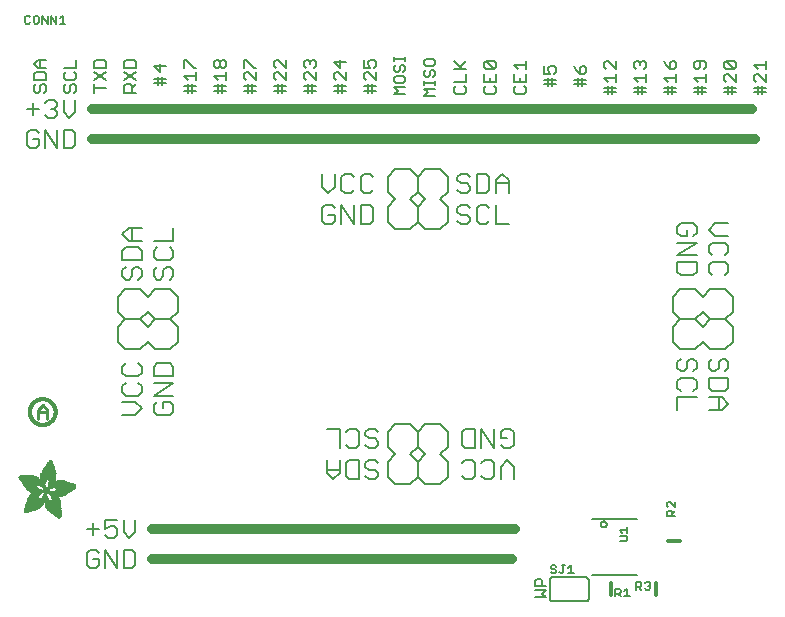
<source format=gto>
G04 EAGLE Gerber X2 export*
G75*
%MOMM*%
%FSLAX34Y34*%
%LPD*%
%AMOC8*
5,1,8,0,0,1.08239X$1,22.5*%
G01*
%ADD10C,0.812800*%
%ADD11C,0.203200*%
%ADD12C,0.127000*%
%ADD13C,0.152400*%
%ADD14C,0.304800*%
%ADD15R,0.068600X0.007600*%
%ADD16R,0.114300X0.007600*%
%ADD17R,0.152400X0.007700*%
%ADD18R,0.182900X0.007600*%
%ADD19R,0.205700X0.007600*%
%ADD20R,0.228600X0.007600*%
%ADD21R,0.259100X0.007600*%
%ADD22R,0.274300X0.007700*%
%ADD23R,0.289500X0.007600*%
%ADD24R,0.304800X0.007600*%
%ADD25R,0.320100X0.007600*%
%ADD26R,0.342900X0.007600*%
%ADD27R,0.350500X0.007700*%
%ADD28R,0.365800X0.007600*%
%ADD29R,0.381000X0.007600*%
%ADD30R,0.388600X0.007600*%
%ADD31R,0.403800X0.007600*%
%ADD32R,0.419100X0.007700*%
%ADD33R,0.426700X0.007600*%
%ADD34R,0.441900X0.007600*%
%ADD35R,0.449600X0.007600*%
%ADD36R,0.464800X0.007600*%
%ADD37R,0.480000X0.007700*%
%ADD38R,0.487600X0.007600*%
%ADD39R,0.495300X0.007600*%
%ADD40R,0.510500X0.007600*%
%ADD41R,0.518100X0.007600*%
%ADD42R,0.525700X0.007700*%
%ADD43R,0.541000X0.007600*%
%ADD44R,0.548600X0.007600*%
%ADD45R,0.563800X0.007600*%
%ADD46R,0.571500X0.007600*%
%ADD47R,0.579100X0.007700*%
%ADD48R,0.594300X0.007600*%
%ADD49R,0.601900X0.007600*%
%ADD50R,0.609600X0.007600*%
%ADD51R,0.624800X0.007600*%
%ADD52R,0.632400X0.007700*%
%ADD53R,0.640000X0.007600*%
%ADD54R,0.655300X0.007600*%
%ADD55R,0.662900X0.007600*%
%ADD56R,0.678100X0.007600*%
%ADD57R,0.685800X0.007700*%
%ADD58R,0.693400X0.007600*%
%ADD59R,0.708600X0.007600*%
%ADD60R,0.716200X0.007600*%
%ADD61R,0.723900X0.007600*%
%ADD62R,0.739100X0.007700*%
%ADD63R,0.746700X0.007600*%
%ADD64R,0.754300X0.007600*%
%ADD65R,0.769600X0.007600*%
%ADD66R,0.777200X0.007600*%
%ADD67R,0.792400X0.007700*%
%ADD68R,0.800100X0.007600*%
%ADD69R,0.807700X0.007600*%
%ADD70R,0.822900X0.007600*%
%ADD71R,0.830500X0.007600*%
%ADD72R,0.838200X0.007700*%
%ADD73R,0.091500X0.007600*%
%ADD74R,0.853400X0.007600*%
%ADD75R,0.144700X0.007600*%
%ADD76R,0.861000X0.007600*%
%ADD77R,0.190500X0.007600*%
%ADD78R,0.876300X0.007600*%
%ADD79R,0.221000X0.007600*%
%ADD80R,0.883900X0.007600*%
%ADD81R,0.259000X0.007700*%
%ADD82R,0.891500X0.007700*%
%ADD83R,0.289600X0.007600*%
%ADD84R,0.906700X0.007600*%
%ADD85R,0.914400X0.007600*%
%ADD86R,0.350500X0.007600*%
%ADD87R,0.922000X0.007600*%
%ADD88R,0.937200X0.007600*%
%ADD89R,0.411400X0.007700*%
%ADD90R,0.944800X0.007700*%
%ADD91R,0.434300X0.007600*%
%ADD92R,0.952500X0.007600*%
%ADD93R,0.464900X0.007600*%
%ADD94R,0.967700X0.007600*%
%ADD95R,0.975300X0.007600*%
%ADD96R,0.518200X0.007600*%
%ADD97R,0.990600X0.007600*%
%ADD98R,0.548600X0.007700*%
%ADD99R,0.998200X0.007700*%
%ADD100R,1.005800X0.007600*%
%ADD101R,0.594400X0.007600*%
%ADD102R,1.021000X0.007600*%
%ADD103R,0.617200X0.007600*%
%ADD104R,1.028700X0.007600*%
%ADD105R,0.647700X0.007600*%
%ADD106R,1.036300X0.007600*%
%ADD107R,0.670500X0.007700*%
%ADD108R,1.051500X0.007700*%
%ADD109R,1.059100X0.007600*%
%ADD110R,0.716300X0.007600*%
%ADD111R,1.066800X0.007600*%
%ADD112R,0.739100X0.007600*%
%ADD113R,1.074400X0.007600*%
%ADD114R,0.762000X0.007600*%
%ADD115R,1.089600X0.007600*%
%ADD116R,0.784800X0.007700*%
%ADD117R,1.097200X0.007700*%
%ADD118R,1.104900X0.007600*%
%ADD119R,0.830600X0.007600*%
%ADD120R,1.112500X0.007600*%
%ADD121R,0.845800X0.007600*%
%ADD122R,1.120100X0.007600*%
%ADD123R,0.868700X0.007600*%
%ADD124R,1.127700X0.007600*%
%ADD125R,1.135300X0.007700*%
%ADD126R,1.143000X0.007600*%
%ADD127R,0.944900X0.007600*%
%ADD128R,1.150600X0.007600*%
%ADD129R,0.960100X0.007600*%
%ADD130R,1.158200X0.007600*%
%ADD131R,0.983000X0.007600*%
%ADD132R,1.165800X0.007600*%
%ADD133R,1.005900X0.007700*%
%ADD134R,1.173400X0.007700*%
%ADD135R,1.021100X0.007600*%
%ADD136R,1.181100X0.007600*%
%ADD137R,1.044000X0.007600*%
%ADD138R,1.188700X0.007600*%
%ADD139R,1.196300X0.007600*%
%ADD140R,1.082000X0.007600*%
%ADD141R,1.203900X0.007600*%
%ADD142R,1.104900X0.007700*%
%ADD143R,1.211500X0.007700*%
%ADD144R,1.211500X0.007600*%
%ADD145R,1.219200X0.007600*%
%ADD146R,1.226800X0.007600*%
%ADD147R,1.234400X0.007600*%
%ADD148R,1.188700X0.007700*%
%ADD149R,1.242000X0.007700*%
%ADD150R,1.242000X0.007600*%
%ADD151R,1.211600X0.007600*%
%ADD152R,1.249600X0.007600*%
%ADD153R,1.257300X0.007600*%
%ADD154R,1.264900X0.007600*%
%ADD155R,1.242100X0.007700*%
%ADD156R,1.264900X0.007700*%
%ADD157R,1.272500X0.007600*%
%ADD158R,1.265000X0.007600*%
%ADD159R,1.280100X0.007600*%
%ADD160R,1.272600X0.007600*%
%ADD161R,1.287700X0.007600*%
%ADD162R,1.287800X0.007600*%
%ADD163R,1.295400X0.007700*%
%ADD164R,1.303000X0.007600*%
%ADD165R,1.318200X0.007600*%
%ADD166R,1.310600X0.007600*%
%ADD167R,1.325900X0.007600*%
%ADD168R,1.341100X0.007700*%
%ADD169R,1.318200X0.007700*%
%ADD170R,1.341100X0.007600*%
%ADD171R,1.325800X0.007600*%
%ADD172R,1.348700X0.007600*%
%ADD173R,1.364000X0.007600*%
%ADD174R,1.333500X0.007600*%
%ADD175R,1.371600X0.007700*%
%ADD176R,1.379200X0.007600*%
%ADD177R,1.379300X0.007600*%
%ADD178R,1.386900X0.007600*%
%ADD179R,1.394500X0.007600*%
%ADD180R,1.356300X0.007600*%
%ADD181R,1.394400X0.007700*%
%ADD182R,1.356300X0.007700*%
%ADD183R,1.402000X0.007600*%
%ADD184R,1.409700X0.007600*%
%ADD185R,1.363900X0.007600*%
%ADD186R,1.417300X0.007600*%
%ADD187R,1.371600X0.007600*%
%ADD188R,1.424900X0.007700*%
%ADD189R,1.424900X0.007600*%
%ADD190R,1.432600X0.007600*%
%ADD191R,1.440200X0.007600*%
%ADD192R,1.386800X0.007600*%
%ADD193R,1.447800X0.007700*%
%ADD194R,1.386800X0.007700*%
%ADD195R,1.447800X0.007600*%
%ADD196R,1.455500X0.007600*%
%ADD197R,1.394400X0.007600*%
%ADD198R,1.463100X0.007600*%
%ADD199R,1.455400X0.007700*%
%ADD200R,1.463000X0.007600*%
%ADD201R,1.470600X0.007600*%
%ADD202R,1.470600X0.007700*%
%ADD203R,1.409700X0.007700*%
%ADD204R,1.470700X0.007600*%
%ADD205R,1.402100X0.007600*%
%ADD206R,1.478300X0.007600*%
%ADD207R,1.478300X0.007700*%
%ADD208R,1.402100X0.007700*%
%ADD209R,1.485900X0.007600*%
%ADD210R,1.485900X0.007700*%
%ADD211R,1.493500X0.007700*%
%ADD212R,1.493500X0.007600*%
%ADD213R,1.394500X0.007700*%
%ADD214R,1.493600X0.007700*%
%ADD215R,1.386900X0.007700*%
%ADD216R,1.379200X0.007700*%
%ADD217R,2.857500X0.007700*%
%ADD218R,2.857500X0.007600*%
%ADD219R,2.849900X0.007600*%
%ADD220R,2.842300X0.007600*%
%ADD221R,2.834700X0.007700*%
%ADD222R,2.827000X0.007600*%
%ADD223R,2.819400X0.007600*%
%ADD224R,2.811800X0.007600*%
%ADD225R,2.811800X0.007700*%
%ADD226R,2.804100X0.007600*%
%ADD227R,2.796500X0.007600*%
%ADD228R,1.966000X0.007600*%
%ADD229R,1.943100X0.007600*%
%ADD230R,0.754400X0.007600*%
%ADD231R,1.927900X0.007700*%
%ADD232R,0.746700X0.007700*%
%ADD233R,1.912600X0.007600*%
%ADD234R,0.731500X0.007600*%
%ADD235R,1.905000X0.007600*%
%ADD236R,1.882200X0.007600*%
%ADD237R,1.874600X0.007600*%
%ADD238R,1.866900X0.007700*%
%ADD239R,0.708700X0.007700*%
%ADD240R,1.851600X0.007600*%
%ADD241R,0.701100X0.007600*%
%ADD242R,1.844000X0.007600*%
%ADD243R,1.836400X0.007600*%
%ADD244R,1.821200X0.007600*%
%ADD245R,0.685800X0.007600*%
%ADD246R,1.813500X0.007700*%
%ADD247R,1.805900X0.007600*%
%ADD248R,0.678200X0.007600*%
%ADD249R,1.790700X0.007600*%
%ADD250R,0.670600X0.007600*%
%ADD251R,1.775500X0.007600*%
%ADD252R,1.767900X0.007700*%
%ADD253R,0.663000X0.007700*%
%ADD254R,1.760200X0.007600*%
%ADD255R,1.752600X0.007600*%
%ADD256R,0.937300X0.007600*%
%ADD257R,0.792500X0.007600*%
%ADD258R,0.899100X0.007600*%
%ADD259R,0.883900X0.007700*%
%ADD260R,0.716300X0.007700*%
%ADD261R,0.647700X0.007700*%
%ADD262R,0.640100X0.007600*%
%ADD263R,0.632500X0.007600*%
%ADD264R,0.655400X0.007600*%
%ADD265R,0.632400X0.007600*%
%ADD266R,0.845800X0.007700*%
%ADD267R,0.617200X0.007700*%
%ADD268R,0.624800X0.007700*%
%ADD269R,0.602000X0.007600*%
%ADD270R,0.838200X0.007600*%
%ADD271R,0.586700X0.007600*%
%ADD272R,0.548700X0.007600*%
%ADD273R,0.830500X0.007700*%
%ADD274R,0.541000X0.007700*%
%ADD275R,0.594300X0.007700*%
%ADD276R,0.525800X0.007600*%
%ADD277R,0.586800X0.007600*%
%ADD278R,0.815300X0.007600*%
%ADD279R,0.579200X0.007600*%
%ADD280R,0.815400X0.007600*%
%ADD281R,0.815400X0.007700*%
%ADD282R,0.571500X0.007700*%
%ADD283R,0.807800X0.007600*%
%ADD284R,0.563900X0.007600*%
%ADD285R,0.457200X0.007600*%
%ADD286R,0.442000X0.007600*%
%ADD287R,0.556300X0.007600*%
%ADD288R,0.807700X0.007700*%
%ADD289R,0.411500X0.007600*%
%ADD290R,0.533400X0.007600*%
%ADD291R,0.076200X0.007600*%
%ADD292R,0.403900X0.007600*%
%ADD293R,0.525700X0.007600*%
%ADD294R,0.388700X0.007600*%
%ADD295R,0.297200X0.007600*%
%ADD296R,0.373400X0.007700*%
%ADD297R,0.503000X0.007700*%
%ADD298R,0.426800X0.007700*%
%ADD299R,0.358100X0.007600*%
%ADD300R,0.502900X0.007600*%
%ADD301R,0.472400X0.007600*%
%ADD302R,0.487700X0.007600*%
%ADD303R,0.335300X0.007600*%
%ADD304R,0.792500X0.007700*%
%ADD305R,0.327600X0.007700*%
%ADD306R,0.472400X0.007700*%
%ADD307R,0.640000X0.007700*%
%ADD308R,0.784800X0.007600*%
%ADD309R,0.320000X0.007600*%
%ADD310R,0.792400X0.007600*%
%ADD311R,1.173400X0.007600*%
%ADD312R,1.196400X0.007600*%
%ADD313R,0.784900X0.007600*%
%ADD314R,0.784900X0.007700*%
%ADD315R,0.297200X0.007700*%
%ADD316R,1.249700X0.007600*%
%ADD317R,0.281900X0.007600*%
%ADD318R,1.295400X0.007600*%
%ADD319R,0.266700X0.007600*%
%ADD320R,0.777300X0.007700*%
%ADD321R,0.266700X0.007700*%
%ADD322R,1.333500X0.007700*%
%ADD323R,0.777300X0.007600*%
%ADD324R,1.348800X0.007600*%
%ADD325R,0.251500X0.007600*%
%ADD326R,0.243900X0.007700*%
%ADD327R,0.243900X0.007600*%
%ADD328R,1.440100X0.007600*%
%ADD329R,0.236200X0.007600*%
%ADD330R,0.762000X0.007700*%
%ADD331R,0.236200X0.007700*%
%ADD332R,1.508700X0.007700*%
%ADD333R,1.531600X0.007600*%
%ADD334R,1.546900X0.007600*%
%ADD335R,1.569700X0.007600*%
%ADD336R,1.585000X0.007600*%
%ADD337R,0.746800X0.007700*%
%ADD338R,1.607800X0.007700*%
%ADD339R,0.243800X0.007600*%
%ADD340R,1.630700X0.007600*%
%ADD341R,1.653500X0.007600*%
%ADD342R,0.739200X0.007600*%
%ADD343R,1.684000X0.007600*%
%ADD344R,2.019300X0.007600*%
%ADD345R,0.731500X0.007700*%
%ADD346R,2.026900X0.007700*%
%ADD347R,2.049800X0.007600*%
%ADD348R,2.057400X0.007600*%
%ADD349R,0.708700X0.007600*%
%ADD350R,2.072600X0.007600*%
%ADD351R,0.701000X0.007600*%
%ADD352R,2.095500X0.007600*%
%ADD353R,0.693500X0.007700*%
%ADD354R,2.110800X0.007700*%
%ADD355R,2.141200X0.007600*%
%ADD356R,0.060900X0.007600*%
%ADD357R,2.872700X0.007600*%
%ADD358R,3.124200X0.007600*%
%ADD359R,3.177600X0.007600*%
%ADD360R,3.215600X0.007700*%
%ADD361R,3.253700X0.007600*%
%ADD362R,3.284300X0.007600*%
%ADD363R,3.314700X0.007600*%
%ADD364R,3.352800X0.007600*%
%ADD365R,3.375600X0.007700*%
%ADD366R,3.406200X0.007600*%
%ADD367R,3.429000X0.007600*%
%ADD368R,3.451800X0.007600*%
%ADD369R,3.482400X0.007600*%
%ADD370R,1.828800X0.007700*%
%ADD371R,1.539300X0.007700*%
%ADD372R,1.767900X0.007600*%
%ADD373R,1.767800X0.007600*%
%ADD374R,1.760200X0.007700*%
%ADD375R,1.760300X0.007600*%
%ADD376R,1.775400X0.007700*%
%ADD377R,1.379300X0.007700*%
%ADD378R,1.783000X0.007600*%
%ADD379R,1.813500X0.007600*%
%ADD380R,1.821100X0.007700*%
%ADD381R,0.503000X0.007600*%
%ADD382R,1.135400X0.007600*%
%ADD383R,1.127700X0.007700*%
%ADD384R,0.487700X0.007700*%
%ADD385R,1.120200X0.007600*%
%ADD386R,1.097300X0.007600*%
%ADD387R,0.510600X0.007600*%
%ADD388R,1.074400X0.007700*%
%ADD389R,0.525800X0.007700*%
%ADD390R,1.440200X0.007700*%
%ADD391R,1.059200X0.007600*%
%ADD392R,1.051600X0.007600*%
%ADD393R,1.051500X0.007600*%
%ADD394R,1.043900X0.007700*%
%ADD395R,0.602000X0.007700*%
%ADD396R,1.524000X0.007600*%
%ADD397R,1.539300X0.007600*%
%ADD398R,1.592600X0.007600*%
%ADD399R,1.021100X0.007700*%
%ADD400R,1.615400X0.007700*%
%ADD401R,1.013400X0.007600*%
%ADD402R,1.653600X0.007600*%
%ADD403R,1.013500X0.007600*%
%ADD404R,1.699300X0.007600*%
%ADD405R,2.743200X0.007600*%
%ADD406R,1.005900X0.007600*%
%ADD407R,2.415500X0.007600*%
%ADD408R,1.005800X0.007700*%
%ADD409R,0.281900X0.007700*%
%ADD410R,2.408000X0.007700*%
%ADD411R,2.407900X0.007600*%
%ADD412R,0.998200X0.007600*%
%ADD413R,0.282000X0.007600*%
%ADD414R,0.998300X0.007600*%
%ADD415R,2.400300X0.007600*%
%ADD416R,0.289500X0.007700*%
%ADD417R,2.400300X0.007700*%
%ADD418R,0.297100X0.007600*%
%ADD419R,0.312400X0.007600*%
%ADD420R,2.392700X0.007600*%
%ADD421R,0.990600X0.007700*%
%ADD422R,0.327700X0.007700*%
%ADD423R,2.392700X0.007700*%
%ADD424R,2.385100X0.007600*%
%ADD425R,0.381000X0.007700*%
%ADD426R,2.377400X0.007700*%
%ADD427R,2.377400X0.007600*%
%ADD428R,2.369800X0.007600*%
%ADD429R,0.419100X0.007600*%
%ADD430R,2.362200X0.007600*%
%ADD431R,0.426800X0.007600*%
%ADD432R,1.036300X0.007700*%
%ADD433R,0.442000X0.007700*%
%ADD434R,2.354600X0.007700*%
%ADD435R,2.354600X0.007600*%
%ADD436R,0.480100X0.007600*%
%ADD437R,2.347000X0.007600*%
%ADD438R,1.074500X0.007600*%
%ADD439R,2.339400X0.007600*%
%ADD440R,1.082100X0.007700*%
%ADD441R,0.548700X0.007700*%
%ADD442R,2.331800X0.007700*%
%ADD443R,2.331800X0.007600*%
%ADD444R,0.624900X0.007600*%
%ADD445R,2.324100X0.007600*%
%ADD446R,1.859300X0.007600*%
%ADD447R,2.308800X0.007600*%
%ADD448R,2.301200X0.007700*%
%ADD449R,2.301200X0.007600*%
%ADD450R,2.293600X0.007600*%
%ADD451R,2.278400X0.007600*%
%ADD452R,1.889800X0.007600*%
%ADD453R,2.270700X0.007600*%
%ADD454R,1.897400X0.007700*%
%ADD455R,2.255500X0.007700*%
%ADD456R,1.897400X0.007600*%
%ADD457R,2.247900X0.007600*%
%ADD458R,2.232600X0.007600*%
%ADD459R,1.912700X0.007600*%
%ADD460R,2.209800X0.007600*%
%ADD461R,1.920300X0.007600*%
%ADD462R,2.186900X0.007600*%
%ADD463R,1.920300X0.007700*%
%ADD464R,2.171700X0.007700*%
%ADD465R,1.935500X0.007600*%
%ADD466R,2.148800X0.007600*%
%ADD467R,2.126000X0.007600*%
%ADD468R,1.950700X0.007600*%
%ADD469R,1.958400X0.007700*%
%ADD470R,2.042200X0.007700*%
%ADD471R,1.973600X0.007600*%
%ADD472R,1.996500X0.007600*%
%ADD473R,1.981200X0.007600*%
%ADD474R,1.988800X0.007600*%
%ADD475R,1.996400X0.007700*%
%ADD476R,1.996400X0.007600*%
%ADD477R,2.004100X0.007600*%
%ADD478R,1.874500X0.007600*%
%ADD479R,1.425000X0.007600*%
%ADD480R,2.026900X0.007600*%
%ADD481R,0.434400X0.007700*%
%ADD482R,1.364000X0.007700*%
%ADD483R,2.034500X0.007600*%
%ADD484R,0.434400X0.007600*%
%ADD485R,2.049700X0.007600*%
%ADD486R,2.065000X0.007700*%
%ADD487R,0.464800X0.007700*%
%ADD488R,1.196300X0.007700*%
%ADD489R,2.080300X0.007600*%
%ADD490R,1.158300X0.007600*%
%ADD491R,2.087900X0.007600*%
%ADD492R,0.472500X0.007600*%
%ADD493R,2.103100X0.007600*%
%ADD494R,2.118400X0.007600*%
%ADD495R,2.133600X0.007600*%
%ADD496R,2.148800X0.007700*%
%ADD497R,2.164000X0.007600*%
%ADD498R,2.171700X0.007600*%
%ADD499R,2.187000X0.007600*%
%ADD500R,0.556200X0.007600*%
%ADD501R,2.202200X0.007700*%
%ADD502R,0.556200X0.007700*%
%ADD503R,0.640100X0.007700*%
%ADD504R,0.579100X0.007600*%
%ADD505R,0.480000X0.007600*%
%ADD506R,1.752600X0.007700*%
%ADD507R,0.487600X0.007700*%
%ADD508R,0.594400X0.007700*%
%ADD509R,0.358100X0.007700*%
%ADD510R,0.099000X0.007600*%
%ADD511R,1.280200X0.007600*%
%ADD512R,1.745000X0.007600*%
%ADD513R,1.744900X0.007600*%
%ADD514R,1.737300X0.007700*%
%ADD515R,1.737400X0.007600*%
%ADD516R,1.729800X0.007600*%
%ADD517R,1.722200X0.007600*%
%ADD518R,1.722100X0.007600*%
%ADD519R,1.714500X0.007700*%
%ADD520R,1.356400X0.007700*%
%ADD521R,1.706900X0.007600*%
%ADD522R,1.356400X0.007600*%
%ADD523R,1.691700X0.007600*%
%ADD524R,1.668800X0.007700*%
%ADD525R,1.645900X0.007600*%
%ADD526R,1.623100X0.007600*%
%ADD527R,1.577400X0.007600*%
%ADD528R,1.554400X0.007600*%
%ADD529R,1.539200X0.007600*%
%ADD530R,1.524000X0.007700*%
%ADD531R,1.501100X0.007600*%
%ADD532R,1.455400X0.007600*%
%ADD533R,1.348800X0.007700*%
%ADD534R,1.318300X0.007600*%
%ADD535R,1.310600X0.007700*%
%ADD536R,1.287800X0.007700*%
%ADD537R,1.234500X0.007600*%
%ADD538R,1.226900X0.007600*%
%ADD539R,1.173500X0.007700*%
%ADD540R,1.173500X0.007600*%
%ADD541R,1.165900X0.007600*%
%ADD542R,1.143000X0.007700*%
%ADD543R,1.127800X0.007600*%
%ADD544R,1.097200X0.007600*%
%ADD545R,1.028700X0.007700*%
%ADD546R,0.982900X0.007600*%
%ADD547R,0.952500X0.007700*%
%ADD548R,0.929600X0.007600*%
%ADD549R,0.906800X0.007700*%
%ADD550R,0.906800X0.007600*%
%ADD551R,0.899200X0.007600*%
%ADD552R,0.884000X0.007600*%
%ADD553R,0.876300X0.007700*%
%ADD554R,0.830600X0.007700*%
%ADD555R,0.754400X0.007700*%
%ADD556R,0.746800X0.007600*%
%ADD557R,0.708600X0.007700*%
%ADD558R,0.678200X0.007700*%
%ADD559R,0.663000X0.007600*%
%ADD560R,0.632500X0.007700*%
%ADD561R,0.556300X0.007700*%
%ADD562R,0.518200X0.007700*%
%ADD563R,0.434300X0.007700*%
%ADD564R,0.396300X0.007700*%
%ADD565R,0.373300X0.007600*%
%ADD566R,0.365700X0.007600*%
%ADD567R,0.327700X0.007600*%
%ADD568R,0.304800X0.007700*%
%ADD569R,0.274300X0.007600*%
%ADD570R,0.243800X0.007700*%
%ADD571R,0.205800X0.007600*%
%ADD572R,0.152400X0.007600*%
%ADD573R,0.121900X0.007700*%
%ADD574C,0.279400*%


D10*
X118110Y63500D02*
X425450Y63500D01*
D11*
X72782Y63506D02*
X62952Y63506D01*
X67867Y68421D02*
X67867Y58591D01*
X78388Y70879D02*
X88218Y70879D01*
X78388Y70879D02*
X78388Y63506D01*
X83303Y65964D01*
X85760Y65964D01*
X88218Y63506D01*
X88218Y58591D01*
X85760Y56134D01*
X80845Y56134D01*
X78388Y58591D01*
X93824Y61049D02*
X93824Y70879D01*
X93824Y61049D02*
X98739Y56134D01*
X103654Y61049D01*
X103654Y70879D01*
X21982Y398621D02*
X19524Y401079D01*
X14609Y401079D01*
X12152Y398621D01*
X12152Y388791D01*
X14609Y386334D01*
X19524Y386334D01*
X21982Y388791D01*
X21982Y393706D01*
X17067Y393706D01*
X27588Y386334D02*
X27588Y401079D01*
X37418Y386334D01*
X37418Y401079D01*
X43024Y401079D02*
X43024Y386334D01*
X50396Y386334D01*
X52854Y388791D01*
X52854Y398621D01*
X50396Y401079D01*
X43024Y401079D01*
X70324Y45479D02*
X72782Y43021D01*
X70324Y45479D02*
X65409Y45479D01*
X62952Y43021D01*
X62952Y33191D01*
X65409Y30734D01*
X70324Y30734D01*
X72782Y33191D01*
X72782Y38106D01*
X67867Y38106D01*
X78388Y30734D02*
X78388Y45479D01*
X88218Y30734D01*
X88218Y45479D01*
X93824Y45479D02*
X93824Y30734D01*
X101196Y30734D01*
X103654Y33191D01*
X103654Y43021D01*
X101196Y45479D01*
X93824Y45479D01*
X21982Y419106D02*
X12152Y419106D01*
X17067Y424021D02*
X17067Y414191D01*
X27588Y424021D02*
X30045Y426479D01*
X34960Y426479D01*
X37418Y424021D01*
X37418Y421564D01*
X34960Y419106D01*
X32503Y419106D01*
X34960Y419106D02*
X37418Y416649D01*
X37418Y414191D01*
X34960Y411734D01*
X30045Y411734D01*
X27588Y414191D01*
X43024Y416649D02*
X43024Y426479D01*
X43024Y416649D02*
X47939Y411734D01*
X52854Y416649D01*
X52854Y426479D01*
D10*
X67310Y419100D02*
X626110Y419100D01*
D12*
X19466Y439937D02*
X17771Y438242D01*
X17771Y434853D01*
X19466Y433158D01*
X21161Y433158D01*
X22856Y434853D01*
X22856Y438242D01*
X24550Y439937D01*
X26245Y439937D01*
X27940Y438242D01*
X27940Y434853D01*
X26245Y433158D01*
X27940Y443683D02*
X17771Y443683D01*
X27940Y443683D02*
X27940Y448767D01*
X26245Y450462D01*
X19466Y450462D01*
X17771Y448767D01*
X17771Y443683D01*
X21161Y454207D02*
X27940Y454207D01*
X21161Y454207D02*
X17771Y457597D01*
X21161Y460986D01*
X27940Y460986D01*
X22856Y460986D02*
X22856Y454207D01*
X43171Y438242D02*
X44866Y439937D01*
X43171Y438242D02*
X43171Y434853D01*
X44866Y433158D01*
X46561Y433158D01*
X48256Y434853D01*
X48256Y438242D01*
X49950Y439937D01*
X51645Y439937D01*
X53340Y438242D01*
X53340Y434853D01*
X51645Y433158D01*
X43171Y448767D02*
X44866Y450462D01*
X43171Y448767D02*
X43171Y445378D01*
X44866Y443683D01*
X51645Y443683D01*
X53340Y445378D01*
X53340Y448767D01*
X51645Y450462D01*
X53340Y454207D02*
X43171Y454207D01*
X53340Y454207D02*
X53340Y460986D01*
X68571Y436548D02*
X78740Y436548D01*
X68571Y439937D02*
X68571Y433158D01*
X68571Y443683D02*
X78740Y450462D01*
X78740Y443683D02*
X68571Y450462D01*
X68571Y454207D02*
X78740Y454207D01*
X78740Y459292D01*
X77045Y460986D01*
X70266Y460986D01*
X68571Y459292D01*
X68571Y454207D01*
X93971Y433158D02*
X104140Y433158D01*
X93971Y433158D02*
X93971Y438242D01*
X95666Y439937D01*
X99056Y439937D01*
X100750Y438242D01*
X100750Y433158D01*
X100750Y436548D02*
X104140Y439937D01*
X104140Y450462D02*
X93971Y443683D01*
X93971Y450462D02*
X104140Y443683D01*
X104140Y454207D02*
X93971Y454207D01*
X104140Y454207D02*
X104140Y459292D01*
X102445Y460986D01*
X95666Y460986D01*
X93971Y459292D01*
X93971Y454207D01*
X119371Y441385D02*
X129540Y441385D01*
X129540Y444775D02*
X119371Y444775D01*
X122761Y444775D02*
X122761Y439690D01*
X122761Y444775D02*
X122761Y446470D01*
X126150Y446470D02*
X126150Y439690D01*
X129540Y455299D02*
X119371Y455299D01*
X124456Y450215D01*
X124456Y456994D01*
X144771Y434853D02*
X154940Y434853D01*
X154940Y438242D02*
X144771Y438242D01*
X148161Y438242D02*
X148161Y433158D01*
X148161Y438242D02*
X148161Y439937D01*
X151550Y439937D02*
X151550Y433158D01*
X148161Y443683D02*
X144771Y447072D01*
X154940Y447072D01*
X154940Y443683D02*
X154940Y450462D01*
X144771Y454207D02*
X144771Y460986D01*
X146466Y460986D01*
X153245Y454207D01*
X154940Y454207D01*
X170171Y434853D02*
X180340Y434853D01*
X180340Y438242D02*
X170171Y438242D01*
X173561Y438242D02*
X173561Y433158D01*
X173561Y438242D02*
X173561Y439937D01*
X176950Y439937D02*
X176950Y433158D01*
X173561Y443683D02*
X170171Y447072D01*
X180340Y447072D01*
X180340Y443683D02*
X180340Y450462D01*
X171866Y454207D02*
X170171Y455902D01*
X170171Y459292D01*
X171866Y460986D01*
X173561Y460986D01*
X175256Y459292D01*
X176950Y460986D01*
X178645Y460986D01*
X180340Y459292D01*
X180340Y455902D01*
X178645Y454207D01*
X176950Y454207D01*
X175256Y455902D01*
X173561Y454207D01*
X171866Y454207D01*
X175256Y455902D02*
X175256Y459292D01*
X195571Y434853D02*
X205740Y434853D01*
X205740Y438242D02*
X195571Y438242D01*
X198961Y438242D02*
X198961Y433158D01*
X198961Y438242D02*
X198961Y439937D01*
X202350Y439937D02*
X202350Y433158D01*
X205740Y443683D02*
X205740Y450462D01*
X205740Y443683D02*
X198961Y450462D01*
X197266Y450462D01*
X195571Y448767D01*
X195571Y445378D01*
X197266Y443683D01*
X195571Y454207D02*
X195571Y460986D01*
X197266Y460986D01*
X204045Y454207D01*
X205740Y454207D01*
X220971Y434853D02*
X231140Y434853D01*
X231140Y438242D02*
X220971Y438242D01*
X224361Y438242D02*
X224361Y433158D01*
X224361Y438242D02*
X224361Y439937D01*
X227750Y439937D02*
X227750Y433158D01*
X231140Y443683D02*
X231140Y450462D01*
X231140Y443683D02*
X224361Y450462D01*
X222666Y450462D01*
X220971Y448767D01*
X220971Y445378D01*
X222666Y443683D01*
X231140Y454207D02*
X231140Y460986D01*
X231140Y454207D02*
X224361Y460986D01*
X222666Y460986D01*
X220971Y459292D01*
X220971Y455902D01*
X222666Y454207D01*
X246371Y434853D02*
X256540Y434853D01*
X256540Y438242D02*
X246371Y438242D01*
X249761Y438242D02*
X249761Y433158D01*
X249761Y438242D02*
X249761Y439937D01*
X253150Y439937D02*
X253150Y433158D01*
X256540Y443683D02*
X256540Y450462D01*
X256540Y443683D02*
X249761Y450462D01*
X248066Y450462D01*
X246371Y448767D01*
X246371Y445378D01*
X248066Y443683D01*
X248066Y454207D02*
X246371Y455902D01*
X246371Y459292D01*
X248066Y460986D01*
X249761Y460986D01*
X251456Y459292D01*
X251456Y457597D01*
X251456Y459292D02*
X253150Y460986D01*
X254845Y460986D01*
X256540Y459292D01*
X256540Y455902D01*
X254845Y454207D01*
X271771Y434853D02*
X281940Y434853D01*
X281940Y438242D02*
X271771Y438242D01*
X275161Y438242D02*
X275161Y433158D01*
X275161Y438242D02*
X275161Y439937D01*
X278550Y439937D02*
X278550Y433158D01*
X281940Y443683D02*
X281940Y450462D01*
X281940Y443683D02*
X275161Y450462D01*
X273466Y450462D01*
X271771Y448767D01*
X271771Y445378D01*
X273466Y443683D01*
X271771Y459292D02*
X281940Y459292D01*
X276856Y454207D02*
X271771Y459292D01*
X276856Y460986D02*
X276856Y454207D01*
X297171Y434853D02*
X307340Y434853D01*
X307340Y438242D02*
X297171Y438242D01*
X300561Y438242D02*
X300561Y433158D01*
X300561Y438242D02*
X300561Y439937D01*
X303950Y439937D02*
X303950Y433158D01*
X307340Y443683D02*
X307340Y450462D01*
X307340Y443683D02*
X300561Y450462D01*
X298866Y450462D01*
X297171Y448767D01*
X297171Y445378D01*
X298866Y443683D01*
X297171Y454207D02*
X297171Y460986D01*
X297171Y454207D02*
X302256Y454207D01*
X300561Y457597D01*
X300561Y459292D01*
X302256Y460986D01*
X305645Y460986D01*
X307340Y459292D01*
X307340Y455902D01*
X305645Y454207D01*
X323207Y431794D02*
X332105Y431794D01*
X326173Y434760D02*
X323207Y431794D01*
X326173Y434760D02*
X323207Y437726D01*
X332105Y437726D01*
X323207Y442632D02*
X323207Y445598D01*
X323207Y442632D02*
X324690Y441149D01*
X330622Y441149D01*
X332105Y442632D01*
X332105Y445598D01*
X330622Y447081D01*
X324690Y447081D01*
X323207Y445598D01*
X323207Y454953D02*
X324690Y456436D01*
X323207Y454953D02*
X323207Y451987D01*
X324690Y450504D01*
X326173Y450504D01*
X327656Y451987D01*
X327656Y454953D01*
X329139Y456436D01*
X330622Y456436D01*
X332105Y454953D01*
X332105Y451987D01*
X330622Y450504D01*
X332105Y459859D02*
X332105Y462825D01*
X332105Y461342D02*
X323207Y461342D01*
X323207Y459859D02*
X323207Y462825D01*
X348607Y430524D02*
X357505Y430524D01*
X351573Y433490D02*
X348607Y430524D01*
X351573Y433490D02*
X348607Y436456D01*
X357505Y436456D01*
X357505Y439879D02*
X357505Y442845D01*
X357505Y441362D02*
X348607Y441362D01*
X348607Y439879D02*
X348607Y442845D01*
X348607Y450565D02*
X350090Y452048D01*
X348607Y450565D02*
X348607Y447599D01*
X350090Y446116D01*
X351573Y446116D01*
X353056Y447599D01*
X353056Y450565D01*
X354539Y452048D01*
X356022Y452048D01*
X357505Y450565D01*
X357505Y447599D01*
X356022Y446116D01*
X348607Y456954D02*
X348607Y459920D01*
X348607Y456954D02*
X350090Y455471D01*
X356022Y455471D01*
X357505Y456954D01*
X357505Y459920D01*
X356022Y461403D01*
X350090Y461403D01*
X348607Y459920D01*
X373371Y436972D02*
X375066Y438667D01*
X373371Y436972D02*
X373371Y433583D01*
X375066Y431888D01*
X381845Y431888D01*
X383540Y433583D01*
X383540Y436972D01*
X381845Y438667D01*
X383540Y442413D02*
X373371Y442413D01*
X383540Y442413D02*
X383540Y449192D01*
X383540Y452937D02*
X373371Y452937D01*
X380150Y452937D02*
X373371Y459716D01*
X378456Y454632D02*
X383540Y459716D01*
X400466Y438667D02*
X398771Y436972D01*
X398771Y433583D01*
X400466Y431888D01*
X407245Y431888D01*
X408940Y433583D01*
X408940Y436972D01*
X407245Y438667D01*
X398771Y442413D02*
X398771Y449192D01*
X398771Y442413D02*
X408940Y442413D01*
X408940Y449192D01*
X403856Y445802D02*
X403856Y442413D01*
X407245Y452937D02*
X400466Y452937D01*
X398771Y454632D01*
X398771Y458022D01*
X400466Y459716D01*
X407245Y459716D01*
X408940Y458022D01*
X408940Y454632D01*
X407245Y452937D01*
X400466Y459716D01*
X424171Y436972D02*
X425866Y438667D01*
X424171Y436972D02*
X424171Y433583D01*
X425866Y431888D01*
X432645Y431888D01*
X434340Y433583D01*
X434340Y436972D01*
X432645Y438667D01*
X424171Y442413D02*
X424171Y449192D01*
X424171Y442413D02*
X434340Y442413D01*
X434340Y449192D01*
X429256Y445802D02*
X429256Y442413D01*
X427561Y452937D02*
X424171Y456327D01*
X434340Y456327D01*
X434340Y459716D02*
X434340Y452937D01*
X449571Y440115D02*
X459740Y440115D01*
X459740Y443505D02*
X449571Y443505D01*
X452961Y443505D02*
X452961Y438420D01*
X452961Y443505D02*
X452961Y445200D01*
X456350Y445200D02*
X456350Y438420D01*
X449571Y448945D02*
X449571Y455724D01*
X449571Y448945D02*
X454656Y448945D01*
X452961Y452335D01*
X452961Y454029D01*
X454656Y455724D01*
X458045Y455724D01*
X459740Y454029D01*
X459740Y450640D01*
X458045Y448945D01*
X474971Y440115D02*
X485140Y440115D01*
X485140Y443505D02*
X474971Y443505D01*
X478361Y443505D02*
X478361Y438420D01*
X478361Y443505D02*
X478361Y445200D01*
X481750Y445200D02*
X481750Y438420D01*
X476666Y452335D02*
X474971Y455724D01*
X476666Y452335D02*
X480056Y448945D01*
X483445Y448945D01*
X485140Y450640D01*
X485140Y454029D01*
X483445Y455724D01*
X481750Y455724D01*
X480056Y454029D01*
X480056Y448945D01*
X500371Y433583D02*
X510540Y433583D01*
X510540Y436972D02*
X500371Y436972D01*
X503761Y436972D02*
X503761Y431888D01*
X503761Y436972D02*
X503761Y438667D01*
X507150Y438667D02*
X507150Y431888D01*
X503761Y442413D02*
X500371Y445802D01*
X510540Y445802D01*
X510540Y442413D02*
X510540Y449192D01*
X510540Y452937D02*
X510540Y459716D01*
X510540Y452937D02*
X503761Y459716D01*
X502066Y459716D01*
X500371Y458022D01*
X500371Y454632D01*
X502066Y452937D01*
X525771Y433583D02*
X535940Y433583D01*
X535940Y436972D02*
X525771Y436972D01*
X529161Y436972D02*
X529161Y431888D01*
X529161Y436972D02*
X529161Y438667D01*
X532550Y438667D02*
X532550Y431888D01*
X529161Y442413D02*
X525771Y445802D01*
X535940Y445802D01*
X535940Y442413D02*
X535940Y449192D01*
X527466Y452937D02*
X525771Y454632D01*
X525771Y458022D01*
X527466Y459716D01*
X529161Y459716D01*
X530856Y458022D01*
X530856Y456327D01*
X530856Y458022D02*
X532550Y459716D01*
X534245Y459716D01*
X535940Y458022D01*
X535940Y454632D01*
X534245Y452937D01*
X551171Y433583D02*
X561340Y433583D01*
X561340Y436972D02*
X551171Y436972D01*
X554561Y436972D02*
X554561Y431888D01*
X554561Y436972D02*
X554561Y438667D01*
X557950Y438667D02*
X557950Y431888D01*
X554561Y442413D02*
X551171Y445802D01*
X561340Y445802D01*
X561340Y442413D02*
X561340Y449192D01*
X552866Y456327D02*
X551171Y459716D01*
X552866Y456327D02*
X556256Y452937D01*
X559645Y452937D01*
X561340Y454632D01*
X561340Y458022D01*
X559645Y459716D01*
X557950Y459716D01*
X556256Y458022D01*
X556256Y452937D01*
X576571Y433583D02*
X586740Y433583D01*
X586740Y436972D02*
X576571Y436972D01*
X579961Y436972D02*
X579961Y431888D01*
X579961Y436972D02*
X579961Y438667D01*
X583350Y438667D02*
X583350Y431888D01*
X579961Y442413D02*
X576571Y445802D01*
X586740Y445802D01*
X586740Y442413D02*
X586740Y449192D01*
X585045Y452937D02*
X586740Y454632D01*
X586740Y458022D01*
X585045Y459716D01*
X578266Y459716D01*
X576571Y458022D01*
X576571Y454632D01*
X578266Y452937D01*
X579961Y452937D01*
X581656Y454632D01*
X581656Y459716D01*
X601971Y433583D02*
X612140Y433583D01*
X612140Y436972D02*
X601971Y436972D01*
X605361Y436972D02*
X605361Y431888D01*
X605361Y436972D02*
X605361Y438667D01*
X608750Y438667D02*
X608750Y431888D01*
X612140Y442413D02*
X612140Y449192D01*
X612140Y442413D02*
X605361Y449192D01*
X603666Y449192D01*
X601971Y447497D01*
X601971Y444108D01*
X603666Y442413D01*
X603666Y452937D02*
X610445Y452937D01*
X603666Y452937D02*
X601971Y454632D01*
X601971Y458022D01*
X603666Y459716D01*
X610445Y459716D01*
X612140Y458022D01*
X612140Y454632D01*
X610445Y452937D01*
X603666Y459716D01*
X627371Y433583D02*
X637540Y433583D01*
X637540Y436972D02*
X627371Y436972D01*
X630761Y436972D02*
X630761Y431888D01*
X630761Y436972D02*
X630761Y438667D01*
X634150Y438667D02*
X634150Y431888D01*
X637540Y442413D02*
X637540Y449192D01*
X637540Y442413D02*
X630761Y449192D01*
X629066Y449192D01*
X627371Y447497D01*
X627371Y444108D01*
X629066Y442413D01*
X630761Y452937D02*
X627371Y456327D01*
X637540Y456327D01*
X637540Y459716D02*
X637540Y452937D01*
X451485Y5715D02*
X442587Y5715D01*
X448519Y8681D02*
X451485Y5715D01*
X448519Y8681D02*
X451485Y11647D01*
X442587Y11647D01*
X442587Y15070D02*
X451485Y15070D01*
X442587Y15070D02*
X442587Y19519D01*
X444070Y21002D01*
X447036Y21002D01*
X448519Y19519D01*
X448519Y15070D01*
D10*
X628650Y393700D02*
X67310Y393700D01*
X118110Y38100D02*
X422910Y38100D01*
D13*
X103670Y160204D02*
X92823Y160204D01*
X103670Y160204D02*
X109093Y165627D01*
X103670Y171051D01*
X92823Y171051D01*
X92823Y184711D02*
X95535Y187422D01*
X92823Y184711D02*
X92823Y179287D01*
X95535Y176576D01*
X106381Y176576D01*
X109093Y179287D01*
X109093Y184711D01*
X106381Y187422D01*
X92823Y201082D02*
X95535Y203794D01*
X92823Y201082D02*
X92823Y195659D01*
X95535Y192947D01*
X106381Y192947D01*
X109093Y195659D01*
X109093Y201082D01*
X106381Y203794D01*
X92823Y282940D02*
X95535Y285652D01*
X92823Y282940D02*
X92823Y277517D01*
X95535Y274805D01*
X98246Y274805D01*
X100958Y277517D01*
X100958Y282940D01*
X103670Y285652D01*
X106381Y285652D01*
X109093Y282940D01*
X109093Y277517D01*
X106381Y274805D01*
X109093Y291177D02*
X92823Y291177D01*
X109093Y291177D02*
X109093Y299312D01*
X106381Y302023D01*
X95535Y302023D01*
X92823Y299312D01*
X92823Y291177D01*
X98246Y307548D02*
X109093Y307548D01*
X98246Y307548D02*
X92823Y312971D01*
X98246Y318395D01*
X109093Y318395D01*
X100958Y318395D02*
X100958Y307548D01*
X122205Y171051D02*
X119493Y168339D01*
X119493Y162916D01*
X122205Y160204D01*
X133051Y160204D01*
X135763Y162916D01*
X135763Y168339D01*
X133051Y171051D01*
X127628Y171051D01*
X127628Y165627D01*
X135763Y176576D02*
X119493Y176576D01*
X135763Y187422D01*
X119493Y187422D01*
X119493Y192947D02*
X135763Y192947D01*
X135763Y201082D01*
X133051Y203794D01*
X122205Y203794D01*
X119493Y201082D01*
X119493Y192947D01*
X119493Y282940D02*
X122205Y285652D01*
X119493Y282940D02*
X119493Y277517D01*
X122205Y274805D01*
X124916Y274805D01*
X127628Y277517D01*
X127628Y282940D01*
X130340Y285652D01*
X133051Y285652D01*
X135763Y282940D01*
X135763Y277517D01*
X133051Y274805D01*
X119493Y299312D02*
X122205Y302023D01*
X119493Y299312D02*
X119493Y293888D01*
X122205Y291177D01*
X133051Y291177D01*
X135763Y293888D01*
X135763Y299312D01*
X133051Y302023D01*
X135763Y307548D02*
X119493Y307548D01*
X135763Y307548D02*
X135763Y318395D01*
X261804Y353530D02*
X261804Y364377D01*
X261804Y353530D02*
X267227Y348107D01*
X272651Y353530D01*
X272651Y364377D01*
X286311Y364377D02*
X289022Y361665D01*
X286311Y364377D02*
X280887Y364377D01*
X278176Y361665D01*
X278176Y350819D01*
X280887Y348107D01*
X286311Y348107D01*
X289022Y350819D01*
X302682Y364377D02*
X305394Y361665D01*
X302682Y364377D02*
X297259Y364377D01*
X294547Y361665D01*
X294547Y350819D01*
X297259Y348107D01*
X302682Y348107D01*
X305394Y350819D01*
X384540Y364377D02*
X387252Y361665D01*
X384540Y364377D02*
X379117Y364377D01*
X376405Y361665D01*
X376405Y358954D01*
X379117Y356242D01*
X384540Y356242D01*
X387252Y353530D01*
X387252Y350819D01*
X384540Y348107D01*
X379117Y348107D01*
X376405Y350819D01*
X392777Y348107D02*
X392777Y364377D01*
X392777Y348107D02*
X400911Y348107D01*
X403623Y350819D01*
X403623Y361665D01*
X400911Y364377D01*
X392777Y364377D01*
X409148Y358954D02*
X409148Y348107D01*
X409148Y358954D02*
X414571Y364377D01*
X419995Y358954D01*
X419995Y348107D01*
X419995Y356242D02*
X409148Y356242D01*
X272651Y334995D02*
X269939Y337707D01*
X264516Y337707D01*
X261804Y334995D01*
X261804Y324149D01*
X264516Y321437D01*
X269939Y321437D01*
X272651Y324149D01*
X272651Y329572D01*
X267227Y329572D01*
X278176Y321437D02*
X278176Y337707D01*
X289022Y321437D01*
X289022Y337707D01*
X294547Y337707D02*
X294547Y321437D01*
X302682Y321437D01*
X305394Y324149D01*
X305394Y334995D01*
X302682Y337707D01*
X294547Y337707D01*
X384540Y337707D02*
X387252Y334995D01*
X384540Y337707D02*
X379117Y337707D01*
X376405Y334995D01*
X376405Y332284D01*
X379117Y329572D01*
X384540Y329572D01*
X387252Y326860D01*
X387252Y324149D01*
X384540Y321437D01*
X379117Y321437D01*
X376405Y324149D01*
X400911Y337707D02*
X403623Y334995D01*
X400911Y337707D02*
X395488Y337707D01*
X392777Y334995D01*
X392777Y324149D01*
X395488Y321437D01*
X400911Y321437D01*
X403623Y324149D01*
X409148Y321437D02*
X409148Y337707D01*
X409148Y321437D02*
X419995Y321437D01*
X594830Y322396D02*
X605677Y322396D01*
X594830Y322396D02*
X589407Y316973D01*
X594830Y311549D01*
X605677Y311549D01*
X605677Y297889D02*
X602965Y295178D01*
X605677Y297889D02*
X605677Y303313D01*
X602965Y306024D01*
X592119Y306024D01*
X589407Y303313D01*
X589407Y297889D01*
X592119Y295178D01*
X605677Y281518D02*
X602965Y278806D01*
X605677Y281518D02*
X605677Y286941D01*
X602965Y289653D01*
X592119Y289653D01*
X589407Y286941D01*
X589407Y281518D01*
X592119Y278806D01*
X605677Y199660D02*
X602965Y196948D01*
X605677Y199660D02*
X605677Y205083D01*
X602965Y207795D01*
X600254Y207795D01*
X597542Y205083D01*
X597542Y199660D01*
X594830Y196948D01*
X592119Y196948D01*
X589407Y199660D01*
X589407Y205083D01*
X592119Y207795D01*
X589407Y191423D02*
X605677Y191423D01*
X589407Y191423D02*
X589407Y183289D01*
X592119Y180577D01*
X602965Y180577D01*
X605677Y183289D01*
X605677Y191423D01*
X600254Y175052D02*
X589407Y175052D01*
X600254Y175052D02*
X605677Y169629D01*
X600254Y164205D01*
X589407Y164205D01*
X597542Y164205D02*
X597542Y175052D01*
X576295Y311549D02*
X579007Y314261D01*
X579007Y319684D01*
X576295Y322396D01*
X565449Y322396D01*
X562737Y319684D01*
X562737Y314261D01*
X565449Y311549D01*
X570872Y311549D01*
X570872Y316973D01*
X562737Y306024D02*
X579007Y306024D01*
X562737Y295178D01*
X579007Y295178D01*
X579007Y289653D02*
X562737Y289653D01*
X562737Y281518D01*
X565449Y278806D01*
X576295Y278806D01*
X579007Y281518D01*
X579007Y289653D01*
X579007Y199660D02*
X576295Y196948D01*
X579007Y199660D02*
X579007Y205083D01*
X576295Y207795D01*
X573584Y207795D01*
X570872Y205083D01*
X570872Y199660D01*
X568160Y196948D01*
X565449Y196948D01*
X562737Y199660D01*
X562737Y205083D01*
X565449Y207795D01*
X579007Y183289D02*
X576295Y180577D01*
X579007Y183289D02*
X579007Y188712D01*
X576295Y191423D01*
X565449Y191423D01*
X562737Y188712D01*
X562737Y183289D01*
X565449Y180577D01*
X562737Y175052D02*
X579007Y175052D01*
X562737Y175052D02*
X562737Y164205D01*
X423996Y116370D02*
X423996Y105523D01*
X423996Y116370D02*
X418573Y121793D01*
X413149Y116370D01*
X413149Y105523D01*
X399489Y105523D02*
X396778Y108235D01*
X399489Y105523D02*
X404913Y105523D01*
X407624Y108235D01*
X407624Y119081D01*
X404913Y121793D01*
X399489Y121793D01*
X396778Y119081D01*
X383118Y105523D02*
X380406Y108235D01*
X383118Y105523D02*
X388541Y105523D01*
X391253Y108235D01*
X391253Y119081D01*
X388541Y121793D01*
X383118Y121793D01*
X380406Y119081D01*
X301260Y105523D02*
X298548Y108235D01*
X301260Y105523D02*
X306683Y105523D01*
X309395Y108235D01*
X309395Y110946D01*
X306683Y113658D01*
X301260Y113658D01*
X298548Y116370D01*
X298548Y119081D01*
X301260Y121793D01*
X306683Y121793D01*
X309395Y119081D01*
X293023Y121793D02*
X293023Y105523D01*
X293023Y121793D02*
X284889Y121793D01*
X282177Y119081D01*
X282177Y108235D01*
X284889Y105523D01*
X293023Y105523D01*
X276652Y110946D02*
X276652Y121793D01*
X276652Y110946D02*
X271229Y105523D01*
X265805Y110946D01*
X265805Y121793D01*
X265805Y113658D02*
X276652Y113658D01*
X413149Y134905D02*
X415861Y132193D01*
X421284Y132193D01*
X423996Y134905D01*
X423996Y145751D01*
X421284Y148463D01*
X415861Y148463D01*
X413149Y145751D01*
X413149Y140328D01*
X418573Y140328D01*
X407624Y148463D02*
X407624Y132193D01*
X396778Y148463D01*
X396778Y132193D01*
X391253Y132193D02*
X391253Y148463D01*
X383118Y148463D01*
X380406Y145751D01*
X380406Y134905D01*
X383118Y132193D01*
X391253Y132193D01*
X301260Y132193D02*
X298548Y134905D01*
X301260Y132193D02*
X306683Y132193D01*
X309395Y134905D01*
X309395Y137616D01*
X306683Y140328D01*
X301260Y140328D01*
X298548Y143040D01*
X298548Y145751D01*
X301260Y148463D01*
X306683Y148463D01*
X309395Y145751D01*
X284889Y132193D02*
X282177Y134905D01*
X284889Y132193D02*
X290312Y132193D01*
X293023Y134905D01*
X293023Y145751D01*
X290312Y148463D01*
X284889Y148463D01*
X282177Y145751D01*
X276652Y148463D02*
X276652Y132193D01*
X276652Y148463D02*
X265805Y148463D01*
X14566Y496998D02*
X13465Y498100D01*
X11262Y498100D01*
X10160Y496998D01*
X10160Y492592D01*
X11262Y491490D01*
X13465Y491490D01*
X14566Y492592D01*
X18746Y498100D02*
X20949Y498100D01*
X18746Y498100D02*
X17644Y496998D01*
X17644Y492592D01*
X18746Y491490D01*
X20949Y491490D01*
X22051Y492592D01*
X22051Y496998D01*
X20949Y498100D01*
X25128Y498100D02*
X25128Y491490D01*
X29535Y491490D02*
X25128Y498100D01*
X29535Y498100D02*
X29535Y491490D01*
X32612Y491490D02*
X32612Y498100D01*
X37019Y491490D01*
X37019Y498100D01*
X40097Y495896D02*
X42300Y498100D01*
X42300Y491490D01*
X40097Y491490D02*
X44503Y491490D01*
D11*
X490270Y72260D02*
X528270Y72260D01*
X528270Y24260D02*
X490270Y24260D01*
X497840Y67564D02*
X497842Y67664D01*
X497848Y67765D01*
X497858Y67864D01*
X497872Y67964D01*
X497889Y68063D01*
X497911Y68161D01*
X497937Y68258D01*
X497966Y68354D01*
X497999Y68448D01*
X498036Y68542D01*
X498076Y68634D01*
X498120Y68724D01*
X498168Y68812D01*
X498219Y68899D01*
X498273Y68983D01*
X498331Y69065D01*
X498392Y69145D01*
X498456Y69222D01*
X498523Y69297D01*
X498593Y69369D01*
X498666Y69438D01*
X498741Y69504D01*
X498819Y69568D01*
X498899Y69628D01*
X498982Y69685D01*
X499067Y69738D01*
X499154Y69788D01*
X499243Y69835D01*
X499333Y69878D01*
X499425Y69918D01*
X499519Y69954D01*
X499614Y69986D01*
X499710Y70014D01*
X499808Y70039D01*
X499906Y70059D01*
X500005Y70076D01*
X500105Y70089D01*
X500204Y70098D01*
X500305Y70103D01*
X500405Y70104D01*
X500505Y70101D01*
X500606Y70094D01*
X500705Y70083D01*
X500805Y70068D01*
X500903Y70050D01*
X501001Y70027D01*
X501098Y70000D01*
X501193Y69970D01*
X501288Y69936D01*
X501381Y69898D01*
X501472Y69857D01*
X501562Y69812D01*
X501650Y69764D01*
X501736Y69712D01*
X501820Y69657D01*
X501901Y69598D01*
X501980Y69536D01*
X502057Y69472D01*
X502131Y69404D01*
X502202Y69333D01*
X502271Y69260D01*
X502336Y69184D01*
X502399Y69105D01*
X502458Y69024D01*
X502514Y68941D01*
X502567Y68856D01*
X502616Y68768D01*
X502662Y68679D01*
X502704Y68588D01*
X502743Y68495D01*
X502778Y68401D01*
X502809Y68306D01*
X502837Y68209D01*
X502860Y68112D01*
X502880Y68013D01*
X502896Y67914D01*
X502908Y67815D01*
X502916Y67714D01*
X502920Y67614D01*
X502920Y67514D01*
X502916Y67414D01*
X502908Y67313D01*
X502896Y67214D01*
X502880Y67115D01*
X502860Y67016D01*
X502837Y66919D01*
X502809Y66822D01*
X502778Y66727D01*
X502743Y66633D01*
X502704Y66540D01*
X502662Y66449D01*
X502616Y66360D01*
X502567Y66272D01*
X502514Y66187D01*
X502458Y66104D01*
X502399Y66023D01*
X502336Y65944D01*
X502271Y65868D01*
X502202Y65795D01*
X502131Y65724D01*
X502057Y65656D01*
X501980Y65592D01*
X501901Y65530D01*
X501820Y65471D01*
X501736Y65416D01*
X501650Y65364D01*
X501562Y65316D01*
X501472Y65271D01*
X501381Y65230D01*
X501288Y65192D01*
X501193Y65158D01*
X501098Y65128D01*
X501001Y65101D01*
X500903Y65078D01*
X500805Y65060D01*
X500705Y65045D01*
X500606Y65034D01*
X500505Y65027D01*
X500405Y65024D01*
X500305Y65025D01*
X500204Y65030D01*
X500105Y65039D01*
X500005Y65052D01*
X499906Y65069D01*
X499808Y65089D01*
X499710Y65114D01*
X499614Y65142D01*
X499519Y65174D01*
X499425Y65210D01*
X499333Y65250D01*
X499243Y65293D01*
X499154Y65340D01*
X499067Y65390D01*
X498982Y65443D01*
X498899Y65500D01*
X498819Y65560D01*
X498741Y65624D01*
X498666Y65690D01*
X498593Y65759D01*
X498523Y65831D01*
X498456Y65906D01*
X498392Y65983D01*
X498331Y66063D01*
X498273Y66145D01*
X498219Y66229D01*
X498168Y66316D01*
X498120Y66404D01*
X498076Y66494D01*
X498036Y66586D01*
X497999Y66680D01*
X497966Y66774D01*
X497937Y66870D01*
X497911Y66967D01*
X497889Y67065D01*
X497872Y67164D01*
X497858Y67264D01*
X497848Y67363D01*
X497842Y67464D01*
X497840Y67564D01*
D13*
X513836Y53104D02*
X519344Y53104D01*
X520446Y54205D01*
X520446Y56409D01*
X519344Y57510D01*
X513836Y57510D01*
X516040Y60588D02*
X513836Y62791D01*
X520446Y62791D01*
X520446Y60588D02*
X520446Y64994D01*
X510304Y13214D02*
X510304Y6604D01*
X510304Y13214D02*
X513609Y13214D01*
X514710Y12112D01*
X514710Y9909D01*
X513609Y8807D01*
X510304Y8807D01*
X512507Y8807D02*
X514710Y6604D01*
X517788Y11010D02*
X519991Y13214D01*
X519991Y6604D01*
X517788Y6604D02*
X522194Y6604D01*
D14*
X544830Y7620D02*
X544830Y17780D01*
D13*
X553968Y74422D02*
X560578Y74422D01*
X553968Y74422D02*
X553968Y77727D01*
X555070Y78828D01*
X557273Y78828D01*
X558375Y77727D01*
X558375Y74422D01*
X558375Y76625D02*
X560578Y78828D01*
X560578Y81906D02*
X560578Y86313D01*
X556172Y86313D02*
X560578Y81906D01*
X556172Y86313D02*
X555070Y86313D01*
X553968Y85211D01*
X553968Y83008D01*
X555070Y81906D01*
D14*
X554990Y53340D02*
X565150Y53340D01*
D13*
X527812Y18802D02*
X527812Y12192D01*
X527812Y18802D02*
X531117Y18802D01*
X532218Y17700D01*
X532218Y15497D01*
X531117Y14395D01*
X527812Y14395D01*
X530015Y14395D02*
X532218Y12192D01*
X535296Y17700D02*
X536398Y18802D01*
X538601Y18802D01*
X539703Y17700D01*
X539703Y16598D01*
X538601Y15497D01*
X537499Y15497D01*
X538601Y15497D02*
X539703Y14395D01*
X539703Y13294D01*
X538601Y12192D01*
X536398Y12192D01*
X535296Y13294D01*
D14*
X506730Y17780D02*
X506730Y7620D01*
D11*
X485140Y2540D02*
X457200Y2540D01*
X485140Y22860D02*
X485240Y22858D01*
X485339Y22852D01*
X485439Y22842D01*
X485537Y22829D01*
X485636Y22811D01*
X485733Y22790D01*
X485829Y22765D01*
X485925Y22736D01*
X486019Y22703D01*
X486112Y22667D01*
X486203Y22627D01*
X486293Y22583D01*
X486381Y22536D01*
X486467Y22486D01*
X486551Y22432D01*
X486633Y22375D01*
X486712Y22315D01*
X486790Y22251D01*
X486864Y22185D01*
X486936Y22116D01*
X487005Y22044D01*
X487071Y21970D01*
X487135Y21892D01*
X487195Y21813D01*
X487252Y21731D01*
X487306Y21647D01*
X487356Y21561D01*
X487403Y21473D01*
X487447Y21383D01*
X487487Y21292D01*
X487523Y21199D01*
X487556Y21105D01*
X487585Y21009D01*
X487610Y20913D01*
X487631Y20816D01*
X487649Y20717D01*
X487662Y20619D01*
X487672Y20519D01*
X487678Y20420D01*
X487680Y20320D01*
X457200Y22860D02*
X457100Y22858D01*
X457001Y22852D01*
X456901Y22842D01*
X456803Y22829D01*
X456704Y22811D01*
X456607Y22790D01*
X456511Y22765D01*
X456415Y22736D01*
X456321Y22703D01*
X456228Y22667D01*
X456137Y22627D01*
X456047Y22583D01*
X455959Y22536D01*
X455873Y22486D01*
X455789Y22432D01*
X455707Y22375D01*
X455628Y22315D01*
X455550Y22251D01*
X455476Y22185D01*
X455404Y22116D01*
X455335Y22044D01*
X455269Y21970D01*
X455205Y21892D01*
X455145Y21813D01*
X455088Y21731D01*
X455034Y21647D01*
X454984Y21561D01*
X454937Y21473D01*
X454893Y21383D01*
X454853Y21292D01*
X454817Y21199D01*
X454784Y21105D01*
X454755Y21009D01*
X454730Y20913D01*
X454709Y20816D01*
X454691Y20717D01*
X454678Y20619D01*
X454668Y20519D01*
X454662Y20420D01*
X454660Y20320D01*
X454660Y5080D02*
X454662Y4980D01*
X454668Y4881D01*
X454678Y4781D01*
X454691Y4683D01*
X454709Y4584D01*
X454730Y4487D01*
X454755Y4391D01*
X454784Y4295D01*
X454817Y4201D01*
X454853Y4108D01*
X454893Y4017D01*
X454937Y3927D01*
X454984Y3839D01*
X455034Y3753D01*
X455088Y3669D01*
X455145Y3587D01*
X455205Y3508D01*
X455269Y3430D01*
X455335Y3356D01*
X455404Y3284D01*
X455476Y3215D01*
X455550Y3149D01*
X455628Y3085D01*
X455707Y3025D01*
X455789Y2968D01*
X455873Y2914D01*
X455959Y2864D01*
X456047Y2817D01*
X456137Y2773D01*
X456228Y2733D01*
X456321Y2697D01*
X456415Y2664D01*
X456511Y2635D01*
X456607Y2610D01*
X456704Y2589D01*
X456803Y2571D01*
X456901Y2558D01*
X457001Y2548D01*
X457100Y2542D01*
X457200Y2540D01*
X485140Y2540D02*
X485240Y2542D01*
X485339Y2548D01*
X485439Y2558D01*
X485537Y2571D01*
X485636Y2589D01*
X485733Y2610D01*
X485829Y2635D01*
X485925Y2664D01*
X486019Y2697D01*
X486112Y2733D01*
X486203Y2773D01*
X486293Y2817D01*
X486381Y2864D01*
X486467Y2914D01*
X486551Y2968D01*
X486633Y3025D01*
X486712Y3085D01*
X486790Y3149D01*
X486864Y3215D01*
X486936Y3284D01*
X487005Y3356D01*
X487071Y3430D01*
X487135Y3508D01*
X487195Y3587D01*
X487252Y3669D01*
X487306Y3753D01*
X487356Y3839D01*
X487403Y3927D01*
X487447Y4017D01*
X487487Y4108D01*
X487523Y4201D01*
X487556Y4295D01*
X487585Y4391D01*
X487610Y4487D01*
X487631Y4584D01*
X487649Y4683D01*
X487662Y4781D01*
X487672Y4881D01*
X487678Y4980D01*
X487680Y5080D01*
X487680Y20320D01*
X454660Y20320D02*
X454660Y5080D01*
X457200Y22860D02*
X485140Y22860D01*
D13*
X459828Y31670D02*
X458727Y32772D01*
X456524Y32772D01*
X455422Y31670D01*
X455422Y30568D01*
X456524Y29467D01*
X458727Y29467D01*
X459828Y28365D01*
X459828Y27264D01*
X458727Y26162D01*
X456524Y26162D01*
X455422Y27264D01*
X462906Y27264D02*
X464008Y26162D01*
X465109Y26162D01*
X466211Y27264D01*
X466211Y32772D01*
X465109Y32772D02*
X467313Y32772D01*
X470390Y30568D02*
X472594Y32772D01*
X472594Y26162D01*
X474797Y26162D02*
X470390Y26162D01*
D15*
X39218Y72390D03*
D16*
X39218Y72466D03*
D17*
X39180Y72543D03*
D18*
X39180Y72619D03*
D19*
X39218Y72695D03*
D20*
X39180Y72771D03*
D21*
X39180Y72847D03*
D22*
X39180Y72924D03*
D23*
X39180Y73000D03*
D24*
X39103Y73076D03*
D25*
X39104Y73152D03*
D26*
X39066Y73228D03*
D27*
X39028Y73305D03*
D28*
X39027Y73381D03*
D29*
X38951Y73457D03*
D30*
X38913Y73533D03*
D31*
X38913Y73609D03*
D32*
X38837Y73686D03*
D33*
X38799Y73762D03*
D34*
X38723Y73838D03*
D35*
X38684Y73914D03*
D36*
X38684Y73990D03*
D37*
X38608Y74067D03*
D38*
X38570Y74143D03*
D39*
X38532Y74219D03*
D40*
X38456Y74295D03*
D41*
X38418Y74371D03*
D42*
X38380Y74448D03*
D43*
X38303Y74524D03*
D44*
X38265Y74600D03*
D45*
X38189Y74676D03*
D46*
X38151Y74752D03*
D47*
X38113Y74829D03*
D48*
X38037Y74905D03*
D49*
X37999Y74981D03*
D50*
X37960Y75057D03*
D51*
X37884Y75133D03*
D52*
X37846Y75210D03*
D53*
X37808Y75286D03*
D54*
X37732Y75362D03*
D55*
X37694Y75438D03*
D56*
X37618Y75514D03*
D57*
X37579Y75591D03*
D58*
X37541Y75667D03*
D59*
X37465Y75743D03*
D60*
X37427Y75819D03*
D61*
X37389Y75895D03*
D62*
X37313Y75972D03*
D63*
X37275Y76048D03*
D64*
X37237Y76124D03*
D65*
X37160Y76200D03*
D66*
X37122Y76276D03*
D67*
X37046Y76353D03*
D68*
X37008Y76429D03*
D69*
X36970Y76505D03*
D70*
X36894Y76581D03*
D71*
X36856Y76657D03*
D72*
X36817Y76734D03*
D73*
X11291Y76810D03*
D74*
X36741Y76810D03*
D75*
X11329Y76886D03*
D76*
X36703Y76886D03*
D77*
X11405Y76962D03*
D78*
X36627Y76962D03*
D79*
X11481Y77038D03*
D80*
X36589Y77038D03*
D81*
X11519Y77115D03*
D82*
X36551Y77115D03*
D83*
X11595Y77191D03*
D84*
X36475Y77191D03*
D25*
X11672Y77267D03*
D85*
X36436Y77267D03*
D86*
X11748Y77343D03*
D87*
X36398Y77343D03*
D29*
X11824Y77419D03*
D88*
X36322Y77419D03*
D89*
X11900Y77496D03*
D90*
X36284Y77496D03*
D91*
X12015Y77572D03*
D92*
X36246Y77572D03*
D93*
X12091Y77648D03*
D94*
X36170Y77648D03*
D39*
X12167Y77724D03*
D95*
X36132Y77724D03*
D96*
X12281Y77800D03*
D97*
X36055Y77800D03*
D98*
X12357Y77877D03*
D99*
X36017Y77877D03*
D46*
X12472Y77953D03*
D100*
X35979Y77953D03*
D101*
X12586Y78029D03*
D102*
X35903Y78029D03*
D103*
X12700Y78105D03*
D104*
X35865Y78105D03*
D105*
X12777Y78181D03*
D106*
X35827Y78181D03*
D107*
X12891Y78258D03*
D108*
X35751Y78258D03*
D58*
X13005Y78334D03*
D109*
X35713Y78334D03*
D110*
X13120Y78410D03*
D111*
X35674Y78410D03*
D112*
X13234Y78486D03*
D113*
X35636Y78486D03*
D114*
X13348Y78562D03*
D115*
X35560Y78562D03*
D116*
X13462Y78639D03*
D117*
X35522Y78639D03*
D69*
X13577Y78715D03*
D118*
X35484Y78715D03*
D119*
X13691Y78791D03*
D120*
X35446Y78791D03*
D121*
X13843Y78867D03*
D122*
X35408Y78867D03*
D123*
X13958Y78943D03*
D124*
X35370Y78943D03*
D82*
X14072Y79020D03*
D125*
X35332Y79020D03*
D87*
X14224Y79096D03*
D126*
X35293Y79096D03*
D127*
X14339Y79172D03*
D128*
X35255Y79172D03*
D129*
X14491Y79248D03*
D130*
X35217Y79248D03*
D131*
X14605Y79324D03*
D132*
X35179Y79324D03*
D133*
X14720Y79401D03*
D134*
X35141Y79401D03*
D135*
X14872Y79477D03*
D136*
X35103Y79477D03*
D137*
X14986Y79553D03*
D138*
X35065Y79553D03*
D111*
X15100Y79629D03*
D139*
X35027Y79629D03*
D140*
X15253Y79705D03*
D141*
X34989Y79705D03*
D142*
X15368Y79782D03*
D143*
X34951Y79782D03*
D122*
X15444Y79858D03*
D144*
X34951Y79858D03*
D126*
X15558Y79934D03*
D145*
X34912Y79934D03*
D128*
X15672Y80010D03*
D146*
X34874Y80010D03*
D132*
X15748Y80086D03*
D147*
X34836Y80086D03*
D148*
X15863Y80163D03*
D149*
X34798Y80163D03*
D139*
X15977Y80239D03*
D150*
X34798Y80239D03*
D151*
X16053Y80315D03*
D152*
X34760Y80315D03*
D146*
X16129Y80391D03*
D153*
X34722Y80391D03*
D146*
X16205Y80467D03*
D154*
X34684Y80467D03*
D155*
X16282Y80544D03*
D156*
X34684Y80544D03*
D153*
X16358Y80620D03*
D157*
X34646Y80620D03*
D158*
X16472Y80696D03*
D159*
X34608Y80696D03*
D160*
X16510Y80772D03*
D161*
X34570Y80772D03*
D162*
X16586Y80848D03*
D161*
X34570Y80848D03*
D163*
X16701Y80925D03*
X34531Y80925D03*
D164*
X16739Y81001D03*
X34493Y81001D03*
D165*
X16815Y81077D03*
D164*
X34493Y81077D03*
D165*
X16891Y81153D03*
D166*
X34455Y81153D03*
D167*
X16930Y81229D03*
D166*
X34455Y81229D03*
D168*
X17006Y81306D03*
D169*
X34417Y81306D03*
D170*
X17082Y81382D03*
D171*
X34379Y81382D03*
D172*
X17120Y81458D03*
D171*
X34379Y81458D03*
D173*
X17196Y81534D03*
D174*
X34341Y81534D03*
D173*
X17272Y81610D03*
D174*
X34341Y81610D03*
D175*
X17310Y81687D03*
D168*
X34303Y81687D03*
D176*
X17348Y81763D03*
D170*
X34303Y81763D03*
D177*
X17425Y81839D03*
D172*
X34265Y81839D03*
D178*
X17463Y81915D03*
D172*
X34265Y81915D03*
D179*
X17501Y81991D03*
D180*
X34227Y81991D03*
D181*
X17577Y82068D03*
D182*
X34227Y82068D03*
D183*
X17615Y82144D03*
D180*
X34227Y82144D03*
D184*
X17654Y82220D03*
D185*
X34189Y82220D03*
D184*
X17730Y82296D03*
D185*
X34189Y82296D03*
D186*
X17768Y82372D03*
D187*
X34150Y82372D03*
D188*
X17806Y82449D03*
D175*
X34150Y82449D03*
D189*
X17882Y82525D03*
D187*
X34150Y82525D03*
D190*
X17920Y82601D03*
D176*
X34112Y82601D03*
D191*
X17958Y82677D03*
D176*
X34112Y82677D03*
D191*
X18034Y82753D03*
D192*
X34074Y82753D03*
D193*
X18072Y82830D03*
D194*
X34074Y82830D03*
D195*
X18072Y82906D03*
D192*
X34074Y82906D03*
D195*
X18148Y82982D03*
D192*
X34074Y82982D03*
D196*
X18187Y83058D03*
D197*
X34036Y83058D03*
D198*
X18225Y83134D03*
D197*
X34036Y83134D03*
D199*
X18263Y83211D03*
D181*
X34036Y83211D03*
D200*
X18301Y83287D03*
D183*
X33998Y83287D03*
D201*
X18339Y83363D03*
D183*
X33998Y83363D03*
D200*
X18377Y83439D03*
D183*
X33998Y83439D03*
D201*
X18415Y83515D03*
D183*
X33998Y83515D03*
D202*
X18415Y83592D03*
D203*
X33960Y83592D03*
D204*
X18492Y83668D03*
D205*
X33922Y83668D03*
D206*
X18530Y83744D03*
D205*
X33922Y83744D03*
D206*
X18530Y83820D03*
D205*
X33922Y83820D03*
D206*
X18606Y83896D03*
D205*
X33922Y83896D03*
D207*
X18606Y83973D03*
D208*
X33922Y83973D03*
D209*
X18644Y84049D03*
D184*
X33884Y84049D03*
D206*
X18682Y84125D03*
D184*
X33884Y84125D03*
D209*
X18720Y84201D03*
D184*
X33884Y84201D03*
D209*
X18720Y84277D03*
D184*
X33884Y84277D03*
D210*
X18797Y84354D03*
D203*
X33884Y84354D03*
D209*
X18797Y84430D03*
D184*
X33884Y84430D03*
D209*
X18797Y84506D03*
D184*
X33884Y84506D03*
D209*
X18873Y84582D03*
D205*
X33846Y84582D03*
D209*
X18873Y84658D03*
D205*
X33846Y84658D03*
D211*
X18911Y84735D03*
D208*
X33846Y84735D03*
D209*
X18949Y84811D03*
D205*
X33846Y84811D03*
D209*
X18949Y84887D03*
D205*
X33846Y84887D03*
D212*
X18987Y84963D03*
D205*
X33846Y84963D03*
D209*
X19025Y85039D03*
D205*
X33846Y85039D03*
D210*
X19025Y85116D03*
D213*
X33808Y85116D03*
D212*
X19063Y85192D03*
D179*
X33808Y85192D03*
D209*
X19101Y85268D03*
D179*
X33808Y85268D03*
D209*
X19101Y85344D03*
D179*
X33808Y85344D03*
D209*
X19101Y85420D03*
D179*
X33808Y85420D03*
D214*
X19139Y85497D03*
D215*
X33770Y85497D03*
D209*
X19178Y85573D03*
D178*
X33770Y85573D03*
D209*
X19178Y85649D03*
D178*
X33770Y85649D03*
D212*
X19216Y85725D03*
D178*
X33770Y85725D03*
D209*
X19254Y85801D03*
D176*
X33731Y85801D03*
D210*
X19254Y85878D03*
D216*
X33731Y85878D03*
D212*
X19292Y85954D03*
D176*
X33731Y85954D03*
D209*
X19330Y86030D03*
D176*
X33731Y86030D03*
D209*
X19330Y86106D03*
D187*
X33693Y86106D03*
D209*
X19330Y86182D03*
D187*
X33693Y86182D03*
D217*
X26264Y86259D03*
D218*
X26264Y86335D03*
D219*
X26226Y86411D03*
D220*
X26264Y86487D03*
X26264Y86563D03*
D221*
X26226Y86640D03*
D222*
X26264Y86716D03*
X26264Y86792D03*
D223*
X26226Y86868D03*
D224*
X26264Y86944D03*
D225*
X26264Y87021D03*
D226*
X26226Y87097D03*
D227*
X26264Y87173D03*
D228*
X22111Y87249D03*
D65*
X36322Y87249D03*
D229*
X21997Y87325D03*
D230*
X36398Y87325D03*
D231*
X21997Y87402D03*
D232*
X36437Y87402D03*
D233*
X21920Y87478D03*
D234*
X36437Y87478D03*
D235*
X21882Y87554D03*
D234*
X36437Y87554D03*
D236*
X21844Y87630D03*
D110*
X36437Y87630D03*
D237*
X21806Y87706D03*
D110*
X36437Y87706D03*
D238*
X21768Y87783D03*
D239*
X36399Y87783D03*
D240*
X21768Y87859D03*
D241*
X36437Y87859D03*
D242*
X21730Y87935D03*
D58*
X36398Y87935D03*
D243*
X21692Y88011D03*
D58*
X36398Y88011D03*
D244*
X21692Y88087D03*
D245*
X36360Y88087D03*
D246*
X21654Y88164D03*
D57*
X36360Y88164D03*
D247*
X21616Y88240D03*
D248*
X36322Y88240D03*
D249*
X21616Y88316D03*
D248*
X36322Y88316D03*
D249*
X21616Y88392D03*
D250*
X36284Y88392D03*
D251*
X21616Y88468D03*
D250*
X36284Y88468D03*
D252*
X21578Y88545D03*
D253*
X36246Y88545D03*
D254*
X21539Y88621D03*
D54*
X36208Y88621D03*
D255*
X21577Y88697D03*
D54*
X36208Y88697D03*
D256*
X17501Y88773D03*
D257*
X26302Y88773D03*
D105*
X36170Y88773D03*
D258*
X17387Y88849D03*
D112*
X26493Y88849D03*
D105*
X36094Y88849D03*
D259*
X17311Y88926D03*
D260*
X26607Y88926D03*
D261*
X36094Y88926D03*
D123*
X17311Y89002D03*
D58*
X26645Y89002D03*
D262*
X36056Y89002D03*
D123*
X17311Y89078D03*
D250*
X26683Y89078D03*
D263*
X36018Y89078D03*
D74*
X17310Y89154D03*
D264*
X26759Y89154D03*
D51*
X35979Y89154D03*
D74*
X17310Y89230D03*
D265*
X26797Y89230D03*
D51*
X35979Y89230D03*
D266*
X17348Y89307D03*
D267*
X26873Y89307D03*
D268*
X35903Y89307D03*
D121*
X17348Y89383D03*
D269*
X26873Y89383D03*
D103*
X35865Y89383D03*
D270*
X17386Y89459D03*
D271*
X26950Y89459D03*
D50*
X35827Y89459D03*
D270*
X17386Y89535D03*
D46*
X26950Y89535D03*
D269*
X35789Y89535D03*
D71*
X17425Y89611D03*
D272*
X26988Y89611D03*
D49*
X35713Y89611D03*
D273*
X17425Y89688D03*
D274*
X27026Y89688D03*
D275*
X35675Y89688D03*
D70*
X17463Y89764D03*
D276*
X27026Y89764D03*
D271*
X35637Y89764D03*
D70*
X17463Y89840D03*
D96*
X27064Y89840D03*
D277*
X35560Y89840D03*
D278*
X17501Y89916D03*
D39*
X27102Y89916D03*
D279*
X35522Y89916D03*
D280*
X17577Y89992D03*
D38*
X27140Y89992D03*
D46*
X35484Y89992D03*
D281*
X17577Y90069D03*
D37*
X27178Y90069D03*
D282*
X35408Y90069D03*
D283*
X17615Y90145D03*
D36*
X27178Y90145D03*
D284*
X35370Y90145D03*
D280*
X17653Y90221D03*
D285*
X27216Y90221D03*
D284*
X35294Y90221D03*
D69*
X17692Y90297D03*
D286*
X27216Y90297D03*
D287*
X35256Y90297D03*
D68*
X17730Y90373D03*
D91*
X27255Y90373D03*
D43*
X35179Y90373D03*
D288*
X17768Y90450D03*
D32*
X27255Y90450D03*
D274*
X35103Y90450D03*
D68*
X17806Y90526D03*
D289*
X27293Y90526D03*
D290*
X35065Y90526D03*
D291*
X40018Y90526D03*
D68*
X17882Y90602D03*
D292*
X27331Y90602D03*
D293*
X34951Y90602D03*
D79*
X40056Y90602D03*
D68*
X17882Y90678D03*
D294*
X27331Y90678D03*
D41*
X34913Y90678D03*
D295*
X40056Y90678D03*
D68*
X17958Y90754D03*
D29*
X27369Y90754D03*
D96*
X34836Y90754D03*
D28*
X40094Y90754D03*
D67*
X17996Y90831D03*
D296*
X27407Y90831D03*
D297*
X34760Y90831D03*
D298*
X40094Y90831D03*
D257*
X18073Y90907D03*
D299*
X27407Y90907D03*
D300*
X34684Y90907D03*
D301*
X40094Y90907D03*
D68*
X18111Y90983D03*
D299*
X27407Y90983D03*
D302*
X34608Y90983D03*
D96*
X40094Y90983D03*
D257*
X18149Y91059D03*
D86*
X27445Y91059D03*
D302*
X34532Y91059D03*
D45*
X40094Y91059D03*
D257*
X18225Y91135D03*
D303*
X27445Y91135D03*
D301*
X34455Y91135D03*
D269*
X40132Y91135D03*
D304*
X18301Y91212D03*
D305*
X27483Y91212D03*
D306*
X34379Y91212D03*
D307*
X40094Y91212D03*
D308*
X18339Y91288D03*
D309*
X27521Y91288D03*
D285*
X34303Y91288D03*
D245*
X40094Y91288D03*
D310*
X18377Y91364D03*
D309*
X27521Y91364D03*
D311*
X37808Y91364D03*
D257*
X18454Y91440D03*
D24*
X27521Y91440D03*
D312*
X37846Y91440D03*
D313*
X18492Y91516D03*
D295*
X27559Y91516D03*
D151*
X37922Y91516D03*
D314*
X18568Y91593D03*
D315*
X27559Y91593D03*
D155*
X37999Y91593D03*
D313*
X18644Y91669D03*
D83*
X27597Y91669D03*
D316*
X38037Y91669D03*
D308*
X18720Y91745D03*
D317*
X27636Y91745D03*
D157*
X38075Y91745D03*
D308*
X18796Y91821D03*
D317*
X27636Y91821D03*
D318*
X38113Y91821D03*
D66*
X18834Y91897D03*
D319*
X27636Y91897D03*
D166*
X38189Y91897D03*
D320*
X18911Y91974D03*
D321*
X27636Y91974D03*
D322*
X38228Y91974D03*
D323*
X18987Y92050D03*
D21*
X27674Y92050D03*
D324*
X38227Y92050D03*
D66*
X19063Y92126D03*
D21*
X27674Y92126D03*
D187*
X38265Y92126D03*
D66*
X19139Y92202D03*
D325*
X27712Y92202D03*
D178*
X38342Y92202D03*
D66*
X19215Y92278D03*
D325*
X27712Y92278D03*
D205*
X38342Y92278D03*
D320*
X19292Y92355D03*
D326*
X27750Y92355D03*
D188*
X38380Y92355D03*
D65*
X19406Y92431D03*
D327*
X27750Y92431D03*
D328*
X38380Y92431D03*
D65*
X19482Y92507D03*
D329*
X27788Y92507D03*
D196*
X38380Y92507D03*
D65*
X19558Y92583D03*
D329*
X27788Y92583D03*
D206*
X38418Y92583D03*
D65*
X19634Y92659D03*
D20*
X27826Y92659D03*
D212*
X38418Y92659D03*
D330*
X19749Y92736D03*
D331*
X27864Y92736D03*
D332*
X38418Y92736D03*
D114*
X19825Y92812D03*
D329*
X27864Y92812D03*
D333*
X38456Y92812D03*
D114*
X19977Y92888D03*
D329*
X27864Y92888D03*
D334*
X38456Y92888D03*
D114*
X20053Y92964D03*
D20*
X27902Y92964D03*
D335*
X38494Y92964D03*
D230*
X20168Y93040D03*
D329*
X27940Y93040D03*
D336*
X38494Y93040D03*
D337*
X20282Y93117D03*
D331*
X27940Y93117D03*
D338*
X38456Y93117D03*
D63*
X20435Y93193D03*
D339*
X27978Y93193D03*
D340*
X38494Y93193D03*
D63*
X20511Y93269D03*
D325*
X28017Y93269D03*
D341*
X38456Y93269D03*
D342*
X20701Y93345D03*
D319*
X28093Y93345D03*
D343*
X38456Y93345D03*
D234*
X20816Y93421D03*
D344*
X36856Y93421D03*
D345*
X20968Y93498D03*
D346*
X36894Y93498D03*
D61*
X21159Y93574D03*
D347*
X36932Y93574D03*
D110*
X21349Y93650D03*
D348*
X36970Y93650D03*
D349*
X21540Y93726D03*
D350*
X36970Y93726D03*
D351*
X21730Y93802D03*
D352*
X37008Y93802D03*
D353*
X21997Y93879D03*
D354*
X37008Y93879D03*
D58*
X22225Y93955D03*
D355*
X37008Y93955D03*
D356*
X17768Y94031D03*
D357*
X33427Y94031D03*
D358*
X32245Y94107D03*
D359*
X32131Y94183D03*
D360*
X32017Y94260D03*
D361*
X31979Y94336D03*
D362*
X31903Y94412D03*
D363*
X31827Y94488D03*
D364*
X31788Y94564D03*
D365*
X31750Y94641D03*
D366*
X31750Y94717D03*
D367*
X31712Y94793D03*
D368*
X31674Y94869D03*
D369*
X31674Y94945D03*
D370*
X23254Y95022D03*
D371*
X41466Y95022D03*
D249*
X22911Y95098D03*
D209*
X41809Y95098D03*
D372*
X22721Y95174D03*
D200*
X42075Y95174D03*
D373*
X22568Y95250D03*
D191*
X42266Y95250D03*
D372*
X22416Y95326D03*
D189*
X42495Y95326D03*
D374*
X22301Y95403D03*
D203*
X42647Y95403D03*
D254*
X22149Y95479D03*
D197*
X42799Y95479D03*
D254*
X22073Y95555D03*
D179*
X42952Y95555D03*
D375*
X21997Y95631D03*
D192*
X43066Y95631D03*
D251*
X21921Y95707D03*
D176*
X43256Y95707D03*
D376*
X21844Y95784D03*
D377*
X43333Y95784D03*
D378*
X21806Y95860D03*
D187*
X43447Y95860D03*
D249*
X21768Y95936D03*
D187*
X43599Y95936D03*
D247*
X21692Y96012D03*
D187*
X43675Y96012D03*
D379*
X21654Y96088D03*
D173*
X43790Y96088D03*
D380*
X21616Y96165D03*
D175*
X43904Y96165D03*
D145*
X18529Y96241D03*
D293*
X28093Y96241D03*
D187*
X43980Y96241D03*
D136*
X18263Y96317D03*
D381*
X28283Y96317D03*
D177*
X44095Y96317D03*
D130*
X18072Y96393D03*
D302*
X28360Y96393D03*
D176*
X44171Y96393D03*
D382*
X17882Y96469D03*
D302*
X28436Y96469D03*
D192*
X44209Y96469D03*
D383*
X17768Y96546D03*
D384*
X28512Y96546D03*
D181*
X44323Y96546D03*
D385*
X17577Y96622D03*
D39*
X28550Y96622D03*
D179*
X44400Y96622D03*
D120*
X17463Y96698D03*
D39*
X28626Y96698D03*
D184*
X44476Y96698D03*
D386*
X17311Y96774D03*
D381*
X28664Y96774D03*
D186*
X44514Y96774D03*
D140*
X17234Y96850D03*
D387*
X28702Y96850D03*
D189*
X44552Y96850D03*
D388*
X17120Y96927D03*
D389*
X28778Y96927D03*
D390*
X44628Y96927D03*
D111*
X17005Y97003D03*
D290*
X28816Y97003D03*
D195*
X44666Y97003D03*
D391*
X16891Y97079D03*
D272*
X28893Y97079D03*
D200*
X44742Y97079D03*
D392*
X16777Y97155D03*
D284*
X28969Y97155D03*
D204*
X44781Y97155D03*
D393*
X16701Y97231D03*
D279*
X29045Y97231D03*
D209*
X44781Y97231D03*
D394*
X16587Y97308D03*
D395*
X29083Y97308D03*
D332*
X44819Y97308D03*
D137*
X16510Y97384D03*
D103*
X29159Y97384D03*
D396*
X44818Y97384D03*
D106*
X16396Y97460D03*
D105*
X29236Y97460D03*
D397*
X44819Y97460D03*
D106*
X16320Y97536D03*
D250*
X29350Y97536D03*
D335*
X44819Y97536D03*
D135*
X16244Y97612D03*
D351*
X29426Y97612D03*
D398*
X44780Y97612D03*
D399*
X16168Y97689D03*
D62*
X29541Y97689D03*
D400*
X44742Y97689D03*
D401*
X16053Y97765D03*
D66*
X29731Y97765D03*
D402*
X44704Y97765D03*
D403*
X15977Y97841D03*
D119*
X29921Y97841D03*
D404*
X44552Y97841D03*
D403*
X15901Y97917D03*
D405*
X39408Y97917D03*
D406*
X15863Y97993D03*
D83*
X27064Y97993D03*
D407*
X41123Y97993D03*
D408*
X15786Y98070D03*
D409*
X26950Y98070D03*
D410*
X41237Y98070D03*
D100*
X15710Y98146D03*
D317*
X26874Y98146D03*
D411*
X41314Y98146D03*
D412*
X15672Y98222D03*
D413*
X26797Y98222D03*
D411*
X41390Y98222D03*
D412*
X15596Y98298D03*
D83*
X26759Y98298D03*
D411*
X41466Y98298D03*
D414*
X15520Y98374D03*
D83*
X26683Y98374D03*
D415*
X41504Y98374D03*
D99*
X15443Y98451D03*
D416*
X26607Y98451D03*
D417*
X41580Y98451D03*
D97*
X15405Y98527D03*
D418*
X26569Y98527D03*
D415*
X41657Y98527D03*
D97*
X15329Y98603D03*
D24*
X26454Y98603D03*
D415*
X41657Y98603D03*
D412*
X15291Y98679D03*
D419*
X26416Y98679D03*
D420*
X41695Y98679D03*
D412*
X15215Y98755D03*
D309*
X26378Y98755D03*
D420*
X41771Y98755D03*
D421*
X15177Y98832D03*
D422*
X26264Y98832D03*
D423*
X41771Y98832D03*
D414*
X15139Y98908D03*
D303*
X26226Y98908D03*
D424*
X41809Y98908D03*
D412*
X15062Y98984D03*
D86*
X26150Y98984D03*
D424*
X41809Y98984D03*
D100*
X15024Y99060D03*
D299*
X26112Y99060D03*
D424*
X41885Y99060D03*
D412*
X14986Y99136D03*
D28*
X25997Y99136D03*
D424*
X41885Y99136D03*
D408*
X14948Y99213D03*
D425*
X25921Y99213D03*
D426*
X41923Y99213D03*
D401*
X14910Y99289D03*
D30*
X25883Y99289D03*
D427*
X41923Y99289D03*
D401*
X14910Y99365D03*
D292*
X25807Y99365D03*
D428*
X41961Y99365D03*
D135*
X14872Y99441D03*
D429*
X25731Y99441D03*
D430*
X41923Y99441D03*
D104*
X14834Y99517D03*
D431*
X25616Y99517D03*
D430*
X41923Y99517D03*
D432*
X14796Y99594D03*
D433*
X25540Y99594D03*
D434*
X41961Y99594D03*
D106*
X14796Y99670D03*
D93*
X25426Y99670D03*
D435*
X41961Y99670D03*
D393*
X14796Y99746D03*
D436*
X25350Y99746D03*
D437*
X41999Y99746D03*
D109*
X14758Y99822D03*
D381*
X25235Y99822D03*
D437*
X41999Y99822D03*
D438*
X14758Y99898D03*
D276*
X25121Y99898D03*
D439*
X41961Y99898D03*
D440*
X14796Y99975D03*
D441*
X25007Y99975D03*
D442*
X41999Y99975D03*
D118*
X14834Y100051D03*
D279*
X24854Y100051D03*
D443*
X41999Y100051D03*
D126*
X14948Y100127D03*
D444*
X24626Y100127D03*
D445*
X41961Y100127D03*
D446*
X18454Y100203D03*
D445*
X41961Y100203D03*
D446*
X18454Y100279D03*
D447*
X41961Y100279D03*
D238*
X18416Y100356D03*
D448*
X41923Y100356D03*
D237*
X18377Y100432D03*
D449*
X41923Y100432D03*
D237*
X18377Y100508D03*
D450*
X41885Y100508D03*
D236*
X18339Y100584D03*
D451*
X41885Y100584D03*
D452*
X18301Y100660D03*
D453*
X41847Y100660D03*
D454*
X18263Y100737D03*
D455*
X41771Y100737D03*
D456*
X18263Y100813D03*
D457*
X41733Y100813D03*
D235*
X18225Y100889D03*
D458*
X41656Y100889D03*
D459*
X18187Y100965D03*
D460*
X41618Y100965D03*
D461*
X18149Y101041D03*
D462*
X41504Y101041D03*
D463*
X18149Y101118D03*
D464*
X41428Y101118D03*
D465*
X18149Y101194D03*
D466*
X41313Y101194D03*
D229*
X18111Y101270D03*
D467*
X41199Y101270D03*
D468*
X18073Y101346D03*
D352*
X41047Y101346D03*
D468*
X18073Y101422D03*
D350*
X40932Y101422D03*
D469*
X18034Y101499D03*
D470*
X40856Y101499D03*
D228*
X17996Y101575D03*
D344*
X40742Y101575D03*
D471*
X17958Y101651D03*
D472*
X40628Y101651D03*
D473*
X17996Y101727D03*
D471*
X40513Y101727D03*
D474*
X17958Y101803D03*
D468*
X40399Y101803D03*
D475*
X17920Y101880D03*
D231*
X40285Y101880D03*
D476*
X17920Y101956D03*
D456*
X40132Y101956D03*
D477*
X17882Y102032D03*
D478*
X40018Y102032D03*
D344*
X17882Y102108D03*
D429*
X32741Y102108D03*
D479*
X42037Y102108D03*
D480*
X17844Y102184D03*
D33*
X32779Y102184D03*
D197*
X41961Y102184D03*
D346*
X17844Y102261D03*
D481*
X32817Y102261D03*
D482*
X41885Y102261D03*
D483*
X17806Y102337D03*
D484*
X32817Y102337D03*
D174*
X41809Y102337D03*
D485*
X17806Y102413D03*
D286*
X32855Y102413D03*
D318*
X41770Y102413D03*
D348*
X17767Y102489D03*
D35*
X32893Y102489D03*
D153*
X41657Y102489D03*
D348*
X17767Y102565D03*
D285*
X32931Y102565D03*
D146*
X41580Y102565D03*
D486*
X17729Y102642D03*
D487*
X32969Y102642D03*
D488*
X41504Y102642D03*
D489*
X17730Y102718D03*
D36*
X32969Y102718D03*
D490*
X41466Y102718D03*
D491*
X17692Y102794D03*
D492*
X33008Y102794D03*
D124*
X41390Y102794D03*
D491*
X17692Y102870D03*
D436*
X33046Y102870D03*
D386*
X41314Y102870D03*
D493*
X17692Y102946D03*
D302*
X33084Y102946D03*
D391*
X41275Y102946D03*
D354*
X17653Y103023D03*
D384*
X33084Y103023D03*
D399*
X41161Y103023D03*
D494*
X17691Y103099D03*
D39*
X33122Y103099D03*
D131*
X41123Y103099D03*
D467*
X17653Y103175D03*
D40*
X33122Y103175D03*
D92*
X41047Y103175D03*
D495*
X17615Y103251D03*
D96*
X33160Y103251D03*
D85*
X41008Y103251D03*
D466*
X17615Y103327D03*
D96*
X33160Y103327D03*
D80*
X40933Y103327D03*
D496*
X17615Y103404D03*
D389*
X33198Y103404D03*
D266*
X40894Y103404D03*
D497*
X17615Y103480D03*
D290*
X33236Y103480D03*
D283*
X40856Y103480D03*
D498*
X17577Y103556D03*
D290*
X33236Y103556D03*
D65*
X40818Y103556D03*
D499*
X17577Y103632D03*
D44*
X33236Y103632D03*
D61*
X40742Y103632D03*
D499*
X17577Y103708D03*
D500*
X33274Y103708D03*
D245*
X40704Y103708D03*
D501*
X17577Y103785D03*
D502*
X33274Y103785D03*
D503*
X40704Y103785D03*
D255*
X15253Y103861D03*
D35*
X26340Y103861D03*
D46*
X33275Y103861D03*
D49*
X40666Y103861D03*
D255*
X15177Y103937D03*
D36*
X26340Y103937D03*
D46*
X33275Y103937D03*
D287*
X40666Y103937D03*
D255*
X15177Y104013D03*
D301*
X26378Y104013D03*
D504*
X33313Y104013D03*
D39*
X40666Y104013D03*
D255*
X15100Y104089D03*
D505*
X26340Y104089D03*
D277*
X33274Y104089D03*
D91*
X40590Y104089D03*
D506*
X15024Y104166D03*
D507*
X26378Y104166D03*
D508*
X33312Y104166D03*
D509*
X40590Y104166D03*
D255*
X15024Y104242D03*
D39*
X26417Y104242D03*
D269*
X33274Y104242D03*
D21*
X40552Y104242D03*
D255*
X14948Y104318D03*
D387*
X26416Y104318D03*
D50*
X33312Y104318D03*
D510*
X40513Y104318D03*
D255*
X14872Y104394D03*
D96*
X26454Y104394D03*
D103*
X33274Y104394D03*
D254*
X14834Y104470D03*
D276*
X26492Y104470D03*
D265*
X33274Y104470D03*
D506*
X14796Y104547D03*
D274*
X26492Y104547D03*
D307*
X33236Y104547D03*
D255*
X14719Y104623D03*
D287*
X26569Y104623D03*
D264*
X33236Y104623D03*
D254*
X14681Y104699D03*
D511*
X30112Y104699D03*
D254*
X14605Y104775D03*
D511*
X30112Y104775D03*
D255*
X14567Y104851D03*
D162*
X30150Y104851D03*
D506*
X14491Y104928D03*
D163*
X30112Y104928D03*
D254*
X14453Y105004D03*
D164*
X30150Y105004D03*
D255*
X14415Y105080D03*
D164*
X30150Y105080D03*
D255*
X14338Y105156D03*
D166*
X30112Y105156D03*
D255*
X14262Y105232D03*
D165*
X30150Y105232D03*
D506*
X14262Y105309D03*
D169*
X30150Y105309D03*
D255*
X14186Y105385D03*
D165*
X30150Y105385D03*
D255*
X14110Y105461D03*
D167*
X30112Y105461D03*
D512*
X14072Y105537D03*
D174*
X30150Y105537D03*
D513*
X13996Y105613D03*
D174*
X30150Y105613D03*
D514*
X13958Y105690D03*
D168*
X30112Y105690D03*
D515*
X13881Y105766D03*
D170*
X30112Y105766D03*
D516*
X13843Y105842D03*
D324*
X30150Y105842D03*
D517*
X13805Y105918D03*
D324*
X30150Y105918D03*
D518*
X13729Y105994D03*
D324*
X30150Y105994D03*
D519*
X13691Y106071D03*
D520*
X30112Y106071D03*
D521*
X13653Y106147D03*
D522*
X30112Y106147D03*
D523*
X13577Y106223D03*
D173*
X30150Y106223D03*
D343*
X13538Y106299D03*
D173*
X30150Y106299D03*
D343*
X13462Y106375D03*
D173*
X30150Y106375D03*
D524*
X13462Y106452D03*
D482*
X30150Y106452D03*
D402*
X13386Y106528D03*
D173*
X30150Y106528D03*
D525*
X13348Y106604D03*
D187*
X30112Y106604D03*
D340*
X13272Y106680D03*
D176*
X30150Y106680D03*
D526*
X13234Y106756D03*
D176*
X30150Y106756D03*
D338*
X13157Y106833D03*
D216*
X30150Y106833D03*
D336*
X13119Y106909D03*
D176*
X30150Y106909D03*
D527*
X13081Y106985D03*
D176*
X30150Y106985D03*
D528*
X13043Y107061D03*
D176*
X30150Y107061D03*
D529*
X12967Y107137D03*
D176*
X30150Y107137D03*
D530*
X12891Y107214D03*
D216*
X30150Y107214D03*
D531*
X12853Y107290D03*
D176*
X30150Y107290D03*
D204*
X12777Y107366D03*
D176*
X30150Y107366D03*
D532*
X12700Y107442D03*
D176*
X30150Y107442D03*
D479*
X12624Y107518D03*
D176*
X30150Y107518D03*
D213*
X12548Y107595D03*
D216*
X30150Y107595D03*
D187*
X12433Y107671D03*
D176*
X30150Y107671D03*
D170*
X12358Y107747D03*
D176*
X30150Y107747D03*
D318*
X12281Y107823D03*
D176*
X30150Y107823D03*
D153*
X12167Y107899D03*
D176*
X30150Y107899D03*
D143*
X12091Y107976D03*
D216*
X30150Y107976D03*
D128*
X11938Y108052D03*
D187*
X30188Y108052D03*
D113*
X11786Y108128D03*
D187*
X30188Y108128D03*
D269*
X10033Y108204D03*
D187*
X30188Y108204D03*
X30188Y108280D03*
D175*
X30188Y108357D03*
D187*
X30188Y108433D03*
X30188Y108509D03*
D173*
X30226Y108585D03*
X30226Y108661D03*
D482*
X30226Y108738D03*
D173*
X30226Y108814D03*
D522*
X30188Y108890D03*
D324*
X30226Y108966D03*
X30226Y109042D03*
D533*
X30226Y109119D03*
D324*
X30226Y109195D03*
D170*
X30265Y109271D03*
X30265Y109347D03*
X30265Y109423D03*
D322*
X30227Y109500D03*
D167*
X30265Y109576D03*
X30265Y109652D03*
X30265Y109728D03*
D534*
X30303Y109804D03*
D535*
X30264Y109881D03*
D166*
X30264Y109957D03*
D164*
X30302Y110033D03*
X30302Y110109D03*
X30302Y110185D03*
D536*
X30302Y110262D03*
D162*
X30302Y110338D03*
X30302Y110414D03*
D159*
X30341Y110490D03*
D157*
X30303Y110566D03*
D156*
X30341Y110643D03*
D154*
X30341Y110719D03*
X30341Y110795D03*
D316*
X30341Y110871D03*
X30341Y110947D03*
D155*
X30379Y111024D03*
D537*
X30341Y111100D03*
D538*
X30379Y111176D03*
X30379Y111252D03*
D144*
X30379Y111328D03*
D143*
X30379Y111405D03*
D141*
X30417Y111481D03*
D139*
X30379Y111557D03*
D138*
X30417Y111633D03*
X30417Y111709D03*
D539*
X30417Y111786D03*
D540*
X30417Y111862D03*
D541*
X30455Y111938D03*
X30455Y112014D03*
D128*
X30455Y112090D03*
D542*
X30493Y112167D03*
D126*
X30493Y112243D03*
D543*
X30493Y112319D03*
X30493Y112395D03*
D385*
X30531Y112471D03*
D142*
X30531Y112548D03*
D118*
X30531Y112624D03*
D544*
X30569Y112700D03*
D140*
X30569Y112776D03*
X30569Y112852D03*
D388*
X30607Y112929D03*
D391*
X30607Y113005D03*
D392*
X30645Y113081D03*
X30645Y113157D03*
D106*
X30646Y113233D03*
D545*
X30684Y113310D03*
D135*
X30722Y113386D03*
D403*
X30684Y113462D03*
D406*
X30722Y113538D03*
D414*
X30760Y113614D03*
D421*
X30721Y113691D03*
D546*
X30760Y113767D03*
D95*
X30798Y113843D03*
D129*
X30798Y113919D03*
X30798Y113995D03*
D547*
X30836Y114072D03*
D127*
X30874Y114148D03*
D256*
X30836Y114224D03*
D548*
X30874Y114300D03*
D87*
X30912Y114376D03*
D549*
X30912Y114453D03*
D550*
X30912Y114529D03*
D551*
X30950Y114605D03*
D552*
X30950Y114681D03*
X30950Y114757D03*
D553*
X30989Y114834D03*
D76*
X30988Y114910D03*
D74*
X31026Y114986D03*
X31026Y115062D03*
D270*
X31026Y115138D03*
D554*
X31064Y115215D03*
D119*
X31064Y115291D03*
D278*
X31065Y115367D03*
D69*
X31103Y115443D03*
D68*
X31141Y115519D03*
D304*
X31103Y115596D03*
D313*
X31141Y115672D03*
D323*
X31179Y115748D03*
D114*
X31179Y115824D03*
X31179Y115900D03*
D555*
X31217Y115977D03*
D556*
X31255Y116053D03*
D112*
X31217Y116129D03*
D234*
X31255Y116205D03*
D61*
X31293Y116281D03*
D557*
X31293Y116358D03*
D59*
X31293Y116434D03*
D351*
X31331Y116510D03*
D245*
X31331Y116586D03*
X31331Y116662D03*
D558*
X31369Y116739D03*
D559*
X31369Y116815D03*
D54*
X31408Y116891D03*
X31408Y116967D03*
D262*
X31408Y117043D03*
D560*
X31446Y117120D03*
D263*
X31446Y117196D03*
D103*
X31445Y117272D03*
D50*
X31483Y117348D03*
D49*
X31522Y117424D03*
D275*
X31484Y117501D03*
D271*
X31522Y117577D03*
D504*
X31560Y117653D03*
D46*
X31522Y117729D03*
D284*
X31560Y117805D03*
D561*
X31598Y117882D03*
D43*
X31598Y117958D03*
X31598Y118034D03*
D290*
X31636Y118110D03*
D276*
X31674Y118186D03*
D562*
X31636Y118263D03*
D387*
X31674Y118339D03*
D381*
X31712Y118415D03*
D38*
X31712Y118491D03*
X31712Y118567D03*
D37*
X31750Y118644D03*
D36*
X31750Y118720D03*
D285*
X31788Y118796D03*
X31788Y118872D03*
D286*
X31788Y118948D03*
D563*
X31827Y119025D03*
D91*
X31827Y119101D03*
D429*
X31827Y119177D03*
D289*
X31865Y119253D03*
D292*
X31903Y119329D03*
D564*
X31865Y119406D03*
D294*
X31903Y119482D03*
D29*
X31941Y119558D03*
D565*
X31903Y119634D03*
D566*
X31941Y119710D03*
D27*
X31941Y119787D03*
D26*
X31979Y119863D03*
X31979Y119939D03*
D567*
X31979Y120015D03*
D309*
X32017Y120091D03*
D568*
X32017Y120168D03*
D83*
X32017Y120244D03*
X32017Y120320D03*
D569*
X32017Y120396D03*
D21*
X32017Y120472D03*
D570*
X32017Y120549D03*
D20*
X32017Y120625D03*
D571*
X32055Y120701D03*
D18*
X32017Y120777D03*
D572*
X32017Y120853D03*
D573*
X32017Y120930D03*
D356*
X31941Y121006D03*
D14*
X14476Y162560D02*
X14479Y162828D01*
X14489Y163096D01*
X14506Y163364D01*
X14529Y163631D01*
X14558Y163897D01*
X14594Y164163D01*
X14637Y164428D01*
X14686Y164691D01*
X14741Y164953D01*
X14803Y165214D01*
X14872Y165474D01*
X14946Y165731D01*
X15027Y165987D01*
X15115Y166240D01*
X15208Y166491D01*
X15308Y166740D01*
X15413Y166987D01*
X15525Y167231D01*
X15642Y167472D01*
X15766Y167710D01*
X15895Y167944D01*
X16030Y168176D01*
X16171Y168404D01*
X16317Y168629D01*
X16469Y168850D01*
X16626Y169067D01*
X16788Y169281D01*
X16956Y169490D01*
X17128Y169695D01*
X17306Y169896D01*
X17488Y170093D01*
X17676Y170284D01*
X17867Y170472D01*
X18064Y170654D01*
X18265Y170832D01*
X18470Y171004D01*
X18679Y171172D01*
X18893Y171334D01*
X19110Y171491D01*
X19331Y171643D01*
X19556Y171789D01*
X19784Y171930D01*
X20016Y172065D01*
X20250Y172194D01*
X20488Y172318D01*
X20729Y172435D01*
X20973Y172547D01*
X21220Y172652D01*
X21469Y172752D01*
X21720Y172845D01*
X21973Y172933D01*
X22229Y173014D01*
X22486Y173088D01*
X22746Y173157D01*
X23007Y173219D01*
X23269Y173274D01*
X23532Y173323D01*
X23797Y173366D01*
X24063Y173402D01*
X24329Y173431D01*
X24596Y173454D01*
X24864Y173471D01*
X25132Y173481D01*
X25400Y173484D01*
X25668Y173481D01*
X25936Y173471D01*
X26204Y173454D01*
X26471Y173431D01*
X26737Y173402D01*
X27003Y173366D01*
X27268Y173323D01*
X27531Y173274D01*
X27793Y173219D01*
X28054Y173157D01*
X28314Y173088D01*
X28571Y173014D01*
X28827Y172933D01*
X29080Y172845D01*
X29331Y172752D01*
X29580Y172652D01*
X29827Y172547D01*
X30071Y172435D01*
X30312Y172318D01*
X30550Y172194D01*
X30784Y172065D01*
X31016Y171930D01*
X31244Y171789D01*
X31469Y171643D01*
X31690Y171491D01*
X31907Y171334D01*
X32121Y171172D01*
X32330Y171004D01*
X32535Y170832D01*
X32736Y170654D01*
X32933Y170472D01*
X33124Y170284D01*
X33312Y170093D01*
X33494Y169896D01*
X33672Y169695D01*
X33844Y169490D01*
X34012Y169281D01*
X34174Y169067D01*
X34331Y168850D01*
X34483Y168629D01*
X34629Y168404D01*
X34770Y168176D01*
X34905Y167944D01*
X35034Y167710D01*
X35158Y167472D01*
X35275Y167231D01*
X35387Y166987D01*
X35492Y166740D01*
X35592Y166491D01*
X35685Y166240D01*
X35773Y165987D01*
X35854Y165731D01*
X35928Y165474D01*
X35997Y165214D01*
X36059Y164953D01*
X36114Y164691D01*
X36163Y164428D01*
X36206Y164163D01*
X36242Y163897D01*
X36271Y163631D01*
X36294Y163364D01*
X36311Y163096D01*
X36321Y162828D01*
X36324Y162560D01*
X36321Y162292D01*
X36311Y162024D01*
X36294Y161756D01*
X36271Y161489D01*
X36242Y161223D01*
X36206Y160957D01*
X36163Y160692D01*
X36114Y160429D01*
X36059Y160167D01*
X35997Y159906D01*
X35928Y159646D01*
X35854Y159389D01*
X35773Y159133D01*
X35685Y158880D01*
X35592Y158629D01*
X35492Y158380D01*
X35387Y158133D01*
X35275Y157889D01*
X35158Y157648D01*
X35034Y157410D01*
X34905Y157176D01*
X34770Y156944D01*
X34629Y156716D01*
X34483Y156491D01*
X34331Y156270D01*
X34174Y156053D01*
X34012Y155839D01*
X33844Y155630D01*
X33672Y155425D01*
X33494Y155224D01*
X33312Y155027D01*
X33124Y154836D01*
X32933Y154648D01*
X32736Y154466D01*
X32535Y154288D01*
X32330Y154116D01*
X32121Y153948D01*
X31907Y153786D01*
X31690Y153629D01*
X31469Y153477D01*
X31244Y153331D01*
X31016Y153190D01*
X30784Y153055D01*
X30550Y152926D01*
X30312Y152802D01*
X30071Y152685D01*
X29827Y152573D01*
X29580Y152468D01*
X29331Y152368D01*
X29080Y152275D01*
X28827Y152187D01*
X28571Y152106D01*
X28314Y152032D01*
X28054Y151963D01*
X27793Y151901D01*
X27531Y151846D01*
X27268Y151797D01*
X27003Y151754D01*
X26737Y151718D01*
X26471Y151689D01*
X26204Y151666D01*
X25936Y151649D01*
X25668Y151639D01*
X25400Y151636D01*
X25132Y151639D01*
X24864Y151649D01*
X24596Y151666D01*
X24329Y151689D01*
X24063Y151718D01*
X23797Y151754D01*
X23532Y151797D01*
X23269Y151846D01*
X23007Y151901D01*
X22746Y151963D01*
X22486Y152032D01*
X22229Y152106D01*
X21973Y152187D01*
X21720Y152275D01*
X21469Y152368D01*
X21220Y152468D01*
X20973Y152573D01*
X20729Y152685D01*
X20488Y152802D01*
X20250Y152926D01*
X20016Y153055D01*
X19784Y153190D01*
X19556Y153331D01*
X19331Y153477D01*
X19110Y153629D01*
X18893Y153786D01*
X18679Y153948D01*
X18470Y154116D01*
X18265Y154288D01*
X18064Y154466D01*
X17867Y154648D01*
X17676Y154836D01*
X17488Y155027D01*
X17306Y155224D01*
X17128Y155425D01*
X16956Y155630D01*
X16788Y155839D01*
X16626Y156053D01*
X16469Y156270D01*
X16317Y156491D01*
X16171Y156716D01*
X16030Y156944D01*
X15895Y157176D01*
X15766Y157410D01*
X15642Y157648D01*
X15525Y157889D01*
X15413Y158133D01*
X15308Y158380D01*
X15208Y158629D01*
X15115Y158880D01*
X15027Y159133D01*
X14946Y159389D01*
X14872Y159646D01*
X14803Y159906D01*
X14741Y160167D01*
X14686Y160429D01*
X14637Y160692D01*
X14594Y160957D01*
X14558Y161223D01*
X14529Y161489D01*
X14506Y161756D01*
X14489Y162024D01*
X14479Y162292D01*
X14476Y162560D01*
D574*
X21742Y164439D02*
X21742Y156812D01*
X21742Y164439D02*
X25555Y168252D01*
X29369Y164439D01*
X29369Y156812D01*
X29369Y162532D02*
X21742Y162532D01*
D11*
X120650Y215900D02*
X133350Y215900D01*
X120650Y215900D02*
X114300Y222250D01*
X114300Y234950D02*
X120650Y241300D01*
X114300Y222250D02*
X107950Y215900D01*
X95250Y215900D01*
X88900Y222250D01*
X88900Y234950D02*
X95250Y241300D01*
X107950Y241300D01*
X114300Y234950D01*
X139700Y234950D02*
X139700Y222250D01*
X133350Y215900D01*
X139700Y234950D02*
X133350Y241300D01*
X120650Y241300D01*
X88900Y234950D02*
X88900Y222250D01*
X120650Y241300D02*
X133350Y241300D01*
X120650Y241300D02*
X114300Y247650D01*
X114300Y260350D02*
X120650Y266700D01*
X114300Y247650D02*
X107950Y241300D01*
X95250Y241300D01*
X88900Y247650D01*
X88900Y260350D02*
X95250Y266700D01*
X107950Y266700D01*
X114300Y260350D01*
X139700Y260350D02*
X139700Y247650D01*
X133350Y241300D01*
X139700Y260350D02*
X133350Y266700D01*
X120650Y266700D01*
X88900Y260350D02*
X88900Y247650D01*
X317500Y323850D02*
X317500Y336550D01*
X323850Y342900D01*
X336550Y342900D02*
X342900Y336550D01*
X323850Y342900D02*
X317500Y349250D01*
X317500Y361950D01*
X323850Y368300D01*
X336550Y368300D02*
X342900Y361950D01*
X342900Y349250D01*
X336550Y342900D01*
X336550Y317500D02*
X323850Y317500D01*
X317500Y323850D01*
X336550Y317500D02*
X342900Y323850D01*
X342900Y336550D01*
X336550Y368300D02*
X323850Y368300D01*
X342900Y336550D02*
X342900Y323850D01*
X342900Y336550D02*
X349250Y342900D01*
X361950Y342900D02*
X368300Y336550D01*
X349250Y342900D02*
X342900Y349250D01*
X342900Y361950D01*
X349250Y368300D01*
X361950Y368300D02*
X368300Y361950D01*
X368300Y349250D01*
X361950Y342900D01*
X361950Y317500D02*
X349250Y317500D01*
X342900Y323850D01*
X361950Y317500D02*
X368300Y323850D01*
X368300Y336550D01*
X361950Y368300D02*
X349250Y368300D01*
X565150Y266700D02*
X577850Y266700D01*
X584200Y260350D01*
X584200Y247650D02*
X577850Y241300D01*
X584200Y260350D02*
X590550Y266700D01*
X603250Y266700D01*
X609600Y260350D01*
X609600Y247650D02*
X603250Y241300D01*
X590550Y241300D01*
X584200Y247650D01*
X558800Y247650D02*
X558800Y260350D01*
X565150Y266700D01*
X558800Y247650D02*
X565150Y241300D01*
X577850Y241300D01*
X609600Y247650D02*
X609600Y260350D01*
X577850Y241300D02*
X565150Y241300D01*
X577850Y241300D02*
X584200Y234950D01*
X584200Y222250D02*
X577850Y215900D01*
X584200Y234950D02*
X590550Y241300D01*
X603250Y241300D01*
X609600Y234950D01*
X609600Y222250D02*
X603250Y215900D01*
X590550Y215900D01*
X584200Y222250D01*
X558800Y222250D02*
X558800Y234950D01*
X565150Y241300D01*
X558800Y222250D02*
X565150Y215900D01*
X577850Y215900D01*
X609600Y222250D02*
X609600Y234950D01*
X368300Y146050D02*
X368300Y133350D01*
X361950Y127000D01*
X349250Y127000D02*
X342900Y133350D01*
X361950Y127000D02*
X368300Y120650D01*
X368300Y107950D01*
X361950Y101600D01*
X349250Y101600D02*
X342900Y107950D01*
X342900Y120650D01*
X349250Y127000D01*
X349250Y152400D02*
X361950Y152400D01*
X368300Y146050D01*
X349250Y152400D02*
X342900Y146050D01*
X342900Y133350D01*
X349250Y101600D02*
X361950Y101600D01*
X342900Y133350D02*
X342900Y146050D01*
X342900Y133350D02*
X336550Y127000D01*
X323850Y127000D02*
X317500Y133350D01*
X336550Y127000D02*
X342900Y120650D01*
X342900Y107950D01*
X336550Y101600D01*
X323850Y101600D02*
X317500Y107950D01*
X317500Y120650D01*
X323850Y127000D01*
X323850Y152400D02*
X336550Y152400D01*
X342900Y146050D01*
X323850Y152400D02*
X317500Y146050D01*
X317500Y133350D01*
X323850Y101600D02*
X336550Y101600D01*
M02*

</source>
